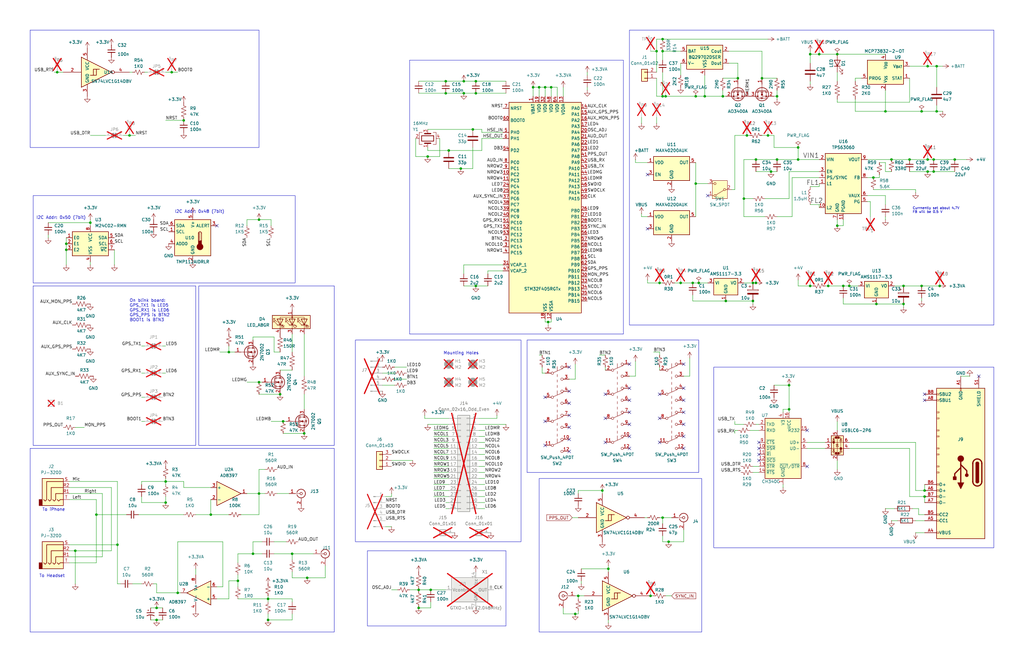
<source format=kicad_sch>
(kicad_sch (version 20231120) (generator "eeschema") (generator_version "8.0")
  (paper "B")
  (title_block (title "Blink ") (date "2024-03-09") (rev "V12") (company "Cullen Jennings"))
  (junction (at 27.94 102.87))
  (junction (at 66.04 256.54))
  (junction (at 195.58 34.29))
  (junction (at 381 128.27))
  (junction (at 355.6 120.65))
  (junction (at 279.4 16.51))
  (junction (at 402.59 67.31))
  (junction (at 353.06 22.86))
  (junction (at 321.31 33.02))
  (junction (at 27.94 105.41))
  (junction (at 109.22 208.28))
  (junction (at 394.97 46.99))
  (junction (at 317.5 127))
  (junction (at 369.57 128.27))
  (junction (at 341.63 120.65))
  (junction (at 389.89 209.55))
  (junction (at 227.33 36.83))
  (junction (at 199.39 54.61))
  (junction (at 341.63 22.86))
  (junction (at 368.3 74.93))
  (junction (at 383.54 67.31))
  (junction (at 189.23 63.5))
  (junction (at 77.47 50.8))
  (junction (at 396.24 120.65))
  (junction (at 353.06 95.25))
  (junction (at 391.16 72.39))
  (junction (at 194.31 71.12))
  (junction (at 109.22 92.71))
  (junction (at 176.53 256.54))
  (junction (at 24.13 30.48))
  (junction (at 74.93 250.19))
  (junction (at 69.85 212.09))
  (junction (at 327.66 40.64))
  (junction (at 311.15 33.02))
  (junction (at 187.96 39.37))
  (junction (at 118.11 166.37))
  (junction (at 318.77 67.31))
  (junction (at 314.96 57.15))
  (junction (at 69.85 203.2))
  (junction (at 293.37 40.64))
  (junction (at 109.22 161.29))
  (junction (at 373.38 46.99))
  (junction (at 336.55 62.23))
  (junction (at 180.34 66.04))
  (junction (at 195.58 39.37))
  (junction (at 113.03 261.62))
  (junction (at 279.4 21.59))
  (junction (at 280.67 40.64))
  (junction (at 187.96 34.29))
  (junction (at 113.03 252.73))
  (junction (at 349.25 120.65))
  (junction (at 96.52 148.59))
  (junction (at 345.44 22.86))
  (junction (at 318.77 119.38))
  (junction (at 176.53 248.92))
  (junction (at 391.16 67.31))
  (junction (at 129.54 243.84))
  (junction (at 274.32 251.46))
  (junction (at 336.55 67.31))
  (junction (at 256.54 240.03))
  (junction (at 119.38 177.8))
  (junction (at 388.62 46.99))
  (junction (at 66.04 261.62))
  (junction (at 293.37 77.47))
  (junction (at 381 120.65))
  (junction (at 200.66 34.29))
  (junction (at 325.12 72.39))
  (junction (at 200.66 39.37))
  (junction (at 31.75 232.41))
  (junction (at 128.27 182.88))
  (junction (at 88.9 217.17))
  (junction (at 304.8 40.64))
  (junction (at 49.53 229.87))
  (junction (at 254 207.01))
  (junction (at 294.64 119.38))
  (junction (at 72.39 30.48))
  (junction (at 106.68 233.68))
  (junction (at 279.4 40.64))
  (junction (at 278.13 119.38))
  (junction (at 393.7 72.39))
  (junction (at 279.4 218.44))
  (junction (at 317.5 119.38))
  (junction (at 323.85 57.15))
  (junction (at 313.69 83.82))
  (junction (at 40.64 217.17))
  (junction (at 229.87 36.83))
  (junction (at 243.84 251.46))
  (junction (at 297.18 40.64))
  (junction (at 358.14 120.65))
  (junction (at 394.97 27.94))
  (junction (at 332.74 172.72))
  (junction (at 181.61 248.92))
  (junction (at 276.86 21.59))
  (junction (at 393.7 67.31))
  (junction (at 232.41 36.83))
  (junction (at 100.33 245.11))
  (junction (at 123.19 233.68))
  (junction (at 388.62 120.65))
  (junction (at 224.79 36.83))
  (junction (at 389.89 207.01))
  (junction (at 327.66 67.31))
  (junction (at 332.74 162.56))
  (junction (at 375.92 67.31))
  (junction (at 391.16 27.94))
  (junction (at 54.61 57.15))
  (junction (at 200.66 120.65))
  (junction (at 38.1 93.98))
  (junction (at 231.14 135.89))
  (junction (at 287.02 119.38))
  (junction (at 281.94 228.6))
  (junction (at 292.1 119.38))
  (junction (at 306.07 127))
  (junction (at 242.57 259.08))
  (no_connect (at 340.36 181.61))
  (no_connect (at 288.29 184.15))
  (no_connect (at 229.87 167.64))
  (no_connect (at 288.29 173.99))
  (no_connect (at 240.03 170.18))
  (no_connect (at 389.89 166.37))
  (no_connect (at 288.29 153.67))
  (no_connect (at 412.75 158.75))
  (no_connect (at 389.89 168.91))
  (no_connect (at 229.87 187.96))
  (no_connect (at 273.05 73.66))
  (no_connect (at 265.43 163.83))
  (no_connect (at 255.27 176.53))
  (no_connect (at 265.43 153.67))
  (no_connect (at 273.05 96.52))
  (no_connect (at 320.04 194.31))
  (no_connect (at 265.43 189.23))
  (no_connect (at 229.87 177.8))
  (no_connect (at 278.13 176.53))
  (no_connect (at 265.43 184.15))
  (no_connect (at 91.44 95.25))
  (no_connect (at 265.43 168.91))
  (no_connect (at 240.03 190.5))
  (no_connect (at 320.04 186.69))
  (no_connect (at 288.29 189.23))
  (no_connect (at 265.43 179.07))
  (no_connect (at 278.13 166.37))
  (no_connect (at 298.45 82.55))
  (no_connect (at 255.27 166.37))
  (no_connect (at 240.03 185.42))
  (no_connect (at 288.29 163.83))
  (no_connect (at 255.27 186.69))
  (no_connect (at 240.03 175.26))
  (no_connect (at 340.36 196.85))
  (no_connect (at 240.03 154.94))
  (no_connect (at 278.13 186.69))
  (no_connect (at 320.04 191.77))
  (no_connect (at 320.04 189.23))
  (no_connect (at 240.03 165.1))
  (no_connect (at 288.29 179.07))
  (no_connect (at 288.29 168.91))
  (no_connect (at 240.03 180.34))
  (no_connect (at 265.43 173.99))
  (wire (pts (xy 176.53 34.29) (xy 187.96 34.29)))
  (wire (pts (xy 247.65 30.48) (xy 247.65 31.75)))
  (wire (pts (xy 201.93 196.85) (xy 204.47 196.85)))
  (wire (pts (xy 245.11 240.03) (xy 256.54 240.03)))
  (wire (pts (xy 176.53 248.92) (xy 181.61 248.92)))
  (wire (pts (xy 273.05 119.38) (xy 278.13 119.38)))
  (wire (pts (xy 332.74 172.72) (xy 332.74 173.99)))
  (wire (pts (xy 204.47 214.63) (xy 201.93 214.63)))
  (wire (pts (xy 365.76 67.31) (xy 375.92 67.31)))
  (wire (pts (xy 276.86 40.64) (xy 276.86 33.02)))
  (wire (pts (xy 38.1 93.98) (xy 38.1 95.25)))
  (wire (pts (xy 201.93 209.55) (xy 204.47 209.55)))
  (wire (pts (xy 116.84 208.28) (xy 121.92 208.28)))
  (wire (pts (xy 237.49 36.83) (xy 237.49 40.64)))
  (wire (pts (xy 213.36 34.29) (xy 200.66 34.29)))
  (wire (pts (xy 389.89 209.55) (xy 389.89 212.09)))
  (wire (pts (xy 203.2 58.42) (xy 212.09 58.42)))
  (wire (pts (xy 69.85 146.05) (xy 68.58 146.05)))
  (wire (pts (xy 49.53 246.38) (xy 50.8 246.38)))
  (wire (pts (xy 313.69 119.38) (xy 317.5 119.38)))
  (wire (pts (xy 110.49 233.68) (xy 106.68 233.68)))
  (wire (pts (xy 240.03 160.02) (xy 242.57 160.02)))
  (wire (pts (xy 317.5 127) (xy 317.5 128.27)))
  (wire (pts (xy 115.57 228.6) (xy 120.65 228.6)))
  (wire (pts (xy 48.26 105.41) (xy 48.26 111.76)))
  (wire (pts (xy 161.29 157.48) (xy 166.37 157.48)))
  (wire (pts (xy 175.26 66.04) (xy 180.34 66.04)))
  (wire (pts (xy 373.38 91.44) (xy 373.38 92.71)))
  (wire (pts (xy 309.88 80.01) (xy 309.88 57.15)))
  (wire (pts (xy 123.19 252.73) (xy 113.03 252.73)))
  (wire (pts (xy 187.96 34.29) (xy 195.58 34.29)))
  (wire (pts (xy 353.06 43.18) (xy 353.06 41.91)))
  (wire (pts (xy 391.16 27.94) (xy 394.97 27.94)))
  (wire (pts (xy 345.44 22.86) (xy 353.06 22.86)))
  (wire (pts (xy 326.39 62.23) (xy 326.39 57.15)))
  (wire (pts (xy 123.19 233.68) (xy 132.08 233.68)))
  (wire (pts (xy 309.88 181.61) (xy 311.15 181.61)))
  (wire (pts (xy 327.66 67.31) (xy 336.55 67.31)))
  (wire (pts (xy 74.93 250.19) (xy 76.2 250.19)))
  (wire (pts (xy 228.6 157.48) (xy 228.6 154.94)))
  (wire (pts (xy 88.9 210.82) (xy 88.9 217.17)))
  (wire (pts (xy 113.03 252.73) (xy 113.03 254)))
  (wire (pts (xy 29.21 234.95) (xy 43.18 234.95)))
  (wire (pts (xy 123.19 243.84) (xy 129.54 243.84)))
  (wire (pts (xy 309.88 182.88) (xy 309.88 181.61)))
  (wire (pts (xy 54.61 30.48) (xy 55.88 30.48)))
  (wire (pts (xy 109.22 166.37) (xy 118.11 166.37)))
  (wire (pts (xy 386.08 80.01) (xy 386.08 81.28)))
  (wire (pts (xy 317.5 119.38) (xy 318.77 119.38)))
  (wire (pts (xy 54.61 57.15) (xy 57.15 57.15)))
  (wire (pts (xy 252.73 149.86) (xy 255.27 149.86)))
  (wire (pts (xy 241.3 218.44) (xy 243.84 218.44)))
  (wire (pts (xy 279.4 30.48) (xy 279.4 40.64)))
  (wire (pts (xy 326.39 57.15) (xy 323.85 57.15)))
  (wire (pts (xy 93.98 228.6) (xy 93.98 247.65)))
  (wire (pts (xy 254 207.01) (xy 254 208.28)))
  (wire (pts (xy 353.06 177.8) (xy 353.06 181.61)))
  (wire (pts (xy 383.54 27.94) (xy 391.16 27.94)))
  (wire (pts (xy 63.5 256.54) (xy 66.04 256.54)))
  (wire (pts (xy 353.06 194.31) (xy 353.06 198.12)))
  (wire (pts (xy 279.4 40.64) (xy 280.67 40.64)))
  (wire (pts (xy 341.63 78.74) (xy 345.44 78.74)))
  (wire (pts (xy 317.5 199.39) (xy 320.04 199.39)))
  (wire (pts (xy 341.63 22.86) (xy 341.63 26.67)))
  (wire (pts (xy 341.63 21.59) (xy 341.63 22.86)))
  (wire (pts (xy 100.33 252.73) (xy 113.03 252.73)))
  (wire (pts (xy 383.54 189.23) (xy 358.14 189.23)))
  (wire (pts (xy 228.6 149.86) (xy 227.33 149.86)))
  (wire (pts (xy 59.69 177.8) (xy 60.96 177.8)))
  (wire (pts (xy 189.23 176.53) (xy 179.07 176.53)))
  (wire (pts (xy 115.57 233.68) (xy 123.19 233.68)))
  (wire (pts (xy 201.93 189.23) (xy 204.47 189.23)))
  (wire (pts (xy 69.85 201.93) (xy 69.85 203.2)))
  (wire (pts (xy 279.4 226.06) (xy 279.4 228.6)))
  (wire (pts (xy 280.67 251.46) (xy 283.21 251.46)))
  (wire (pts (xy 106.68 142.24) (xy 106.68 143.51)))
  (wire (pts (xy 20.32 93.98) (xy 38.1 93.98)))
  (wire (pts (xy 313.69 67.31) (xy 318.77 67.31)))
  (wire (pts (xy 180.34 54.61) (xy 199.39 54.61)))
  (wire (pts (xy 242.57 153.67) (xy 242.57 160.02)))
  (wire (pts (xy 383.54 209.55) (xy 389.89 209.55)))
  (wire (pts (xy 209.55 175.26) (xy 209.55 176.53)))
  (wire (pts (xy 203.2 58.42) (xy 203.2 63.5)))
  (wire (pts (xy 166.37 160.02) (xy 171.45 160.02)))
  (wire (pts (xy 297.18 31.75) (xy 297.18 40.64)))
  (wire (pts (xy 340.36 186.69) (xy 347.98 186.69)))
  (wire (pts (xy 394.97 44.45) (xy 394.97 46.99)))
  (wire (pts (xy 176.53 39.37) (xy 187.96 39.37)))
  (wire (pts (xy 383.54 189.23) (xy 383.54 209.55)))
  (wire (pts (xy 271.78 218.44) (xy 273.05 218.44)))
  (wire (pts (xy 212.09 114.3) (xy 205.74 114.3)))
  (wire (pts (xy 388.62 46.99) (xy 394.97 46.99)))
  (wire (pts (xy 203.2 63.5) (xy 189.23 63.5)))
  (wire (pts (xy 274.32 21.59) (xy 276.86 21.59)))
  (wire (pts (xy 195.58 111.76) (xy 212.09 111.76)))
  (wire (pts (xy 388.62 125.73) (xy 388.62 127)))
  (wire (pts (xy 77.47 203.2) (xy 69.85 203.2)))
  (wire (pts (xy 293.37 77.47) (xy 293.37 91.44)))
  (wire (pts (xy 321.31 57.15) (xy 323.85 57.15)))
  (wire (pts (xy 182.88 199.39) (xy 189.23 199.39)))
  (wire (pts (xy 278.13 119.38) (xy 279.4 119.38)))
  (wire (pts (xy 326.39 40.64) (xy 327.66 40.64)))
  (wire (pts (xy 231.14 137.16) (xy 231.14 135.89)))
  (wire (pts (xy 199.39 62.23) (xy 199.39 71.12)))
  (wire (pts (xy 232.41 36.83) (xy 234.95 36.83)))
  (wire (pts (xy 31.75 232.41) (xy 46.99 232.41)))
  (wire (pts (xy 311.15 26.67) (xy 311.15 33.02)))
  (wire (pts (xy 332.74 162.56) (xy 332.74 172.72)))
  (wire (pts (xy 327.66 91.44) (xy 334.01 91.44)))
  (wire (pts (xy 287.02 31.75) (xy 287.02 26.67)))
  (wire (pts (xy 175.26 58.42) (xy 175.26 66.04)))
  (wire (pts (xy 201.93 199.39) (xy 204.47 199.39)))
  (wire (pts (xy 373.38 82.55) (xy 373.38 86.36)))
  (wire (pts (xy 179.07 176.53) (xy 179.07 175.26)))
  (wire (pts (xy 313.69 83.82) (xy 313.69 91.44)))
  (wire (pts (xy 232.41 134.62) (xy 232.41 135.89)))
  (wire (pts (xy 165.1 209.55) (xy 165.1 208.28)))
  (wire (pts (xy 182.88 201.93) (xy 189.23 201.93)))
  (wire (pts (xy 267.97 152.4) (xy 267.97 158.75)))
  (wire (pts (xy 96.52 146.05) (xy 96.52 148.59)))
  (wire (pts (xy 345.44 72.39) (xy 332.74 72.39)))
  (wire (pts (xy 40.64 217.17) (xy 53.34 217.17)))
  (wire (pts (xy 59.69 203.2) (xy 69.85 203.2)))
  (wire (pts (xy 114.3 177.8) (xy 119.38 177.8)))
  (wire (pts (xy 373.38 46.99) (xy 388.62 46.99)))
  (wire (pts (xy 308.61 80.01) (xy 309.88 80.01)))
  (wire (pts (xy 69.85 157.48) (xy 68.58 157.48)))
  (wire (pts (xy 106.68 142.24) (xy 115.57 142.24)))
  (wire (pts (xy 118.11 156.21) (xy 123.19 156.21)))
  (wire (pts (xy 38.1 57.15) (xy 44.45 57.15)))
  (wire (pts (xy 279.4 21.59) (xy 287.02 21.59)))
  (wire (pts (xy 243.84 207.01) (xy 254 207.01)))
  (wire (pts (xy 123.19 140.97) (xy 123.19 148.59)))
  (wire (pts (xy 276.86 21.59) (xy 276.86 30.48)))
  (wire (pts (xy 360.68 41.91) (xy 360.68 46.99)))
  (wire (pts (xy 341.63 22.86) (xy 345.44 22.86)))
  (wire (pts (xy 345.44 78.74) (xy 345.44 77.47)))
  (wire (pts (xy 267.97 68.58) (xy 267.97 67.31)))
  (wire (pts (xy 365.76 85.09) (xy 367.03 85.09)))
  (wire (pts (xy 279.4 21.59) (xy 279.4 25.4)))
  (wire (pts (xy 336.55 67.31) (xy 345.44 67.31)))
  (wire (pts (xy 347.98 120.65) (xy 349.25 120.65)))
  (wire (pts (xy 309.88 57.15) (xy 314.96 57.15)))
  (wire (pts (xy 293.37 40.64) (xy 297.18 40.64)))
  (wire (pts (xy 367.03 85.09) (xy 367.03 91.44)))
  (wire (pts (xy 388.62 120.65) (xy 396.24 120.65)))
  (wire (pts (xy 201.93 204.47) (xy 204.47 204.47)))
  (wire (pts (xy 358.14 186.69) (xy 386.08 186.69)))
  (wire (pts (xy 205.74 114.3) (xy 205.74 115.57)))
  (wire (pts (xy 393.7 72.39) (xy 402.59 72.39)))
  (wire (pts (xy 27.94 105.41) (xy 27.94 111.76)))
  (wire (pts (xy 96.52 148.59) (xy 99.06 148.59)))
  (wire (pts (xy 243.84 251.46) (xy 243.84 252.73)))
  (wire (pts (xy 69.85 50.8) (xy 77.47 50.8)))
  (wire (pts (xy 293.37 68.58) (xy 293.37 77.47)))
  (wire (pts (xy 267.97 158.75) (xy 265.43 158.75)))
  (wire (pts (xy 199.39 54.61) (xy 203.2 54.61)))
  (wire (pts (xy 180.34 63.5) (xy 189.23 63.5)))
  (wire (pts (xy 304.8 38.1) (xy 304.8 40.64)))
  (wire (pts (xy 270.51 91.44) (xy 270.51 90.17)))
  (wire (pts (xy 165.1 194.31) (xy 173.99 194.31)))
  (wire (pts (xy 96.52 245.11) (xy 100.33 245.11)))
  (wire (pts (xy 273.05 68.58) (xy 267.97 68.58)))
  (wire (pts (xy 288.29 228.6) (xy 281.94 228.6)))
  (wire (pts (xy 273.05 91.44) (xy 270.51 91.44)))
  (wire (pts (xy 182.88 194.31) (xy 189.23 194.31)))
  (wire (pts (xy 82.55 240.03) (xy 82.55 242.57)))
  (wire (pts (xy 104.14 92.71) (xy 109.22 92.71)))
  (wire (pts (xy 336.55 120.65) (xy 341.63 120.65)))
  (wire (pts (xy 181.61 254) (xy 181.61 256.54)))
  (wire (pts (xy 355.6 128.27) (xy 369.57 128.27)))
  (wire (pts (xy 161.29 162.56) (xy 166.37 162.56)))
  (wire (pts (xy 383.54 43.18) (xy 383.54 33.02)))
  (wire (pts (xy 273.05 118.11) (xy 273.05 119.38)))
  (wire (pts (xy 375.92 72.39) (xy 373.38 72.39)))
  (wire (pts (xy 40.64 210.82) (xy 40.64 217.17)))
  (wire (pts (xy 274.32 251.46) (xy 275.59 251.46)))
  (wire (pts (xy 224.79 36.83) (xy 227.33 36.83)))
  (wire (pts (xy 182.88 207.01) (xy 189.23 207.01)))
  (wire (pts (xy 106.68 228.6) (xy 106.68 233.68)))
  (wire (pts (xy 137.16 238.76) (xy 137.16 243.84)))
  (wire (pts (xy 109.22 161.29) (xy 110.49 161.29)))
  (wire (pts (xy 306.07 40.64) (xy 304.8 40.64)))
  (wire (pts (xy 377.19 120.65) (xy 381 120.65)))
  (wire (pts (xy 109.22 217.17) (xy 109.22 208.28)))
  (wire (pts (xy 24.13 30.48) (xy 26.67 30.48)))
  (wire (pts (xy 358.14 120.65) (xy 361.95 120.65)))
  (wire (pts (xy 243.84 208.28) (xy 243.84 207.01)))
  (wire (pts (xy 287.02 119.38) (xy 292.1 119.38)))
  (wire (pts (xy 123.19 259.08) (xy 123.19 261.62)))
  (wire (pts (xy 113.03 259.08) (xy 113.03 261.62)))
  (wire (pts (xy 365.76 82.55) (xy 373.38 82.55)))
  (wire (pts (xy 128.27 172.72) (xy 128.27 166.37)))
  (wire (pts (xy 232.41 135.89) (xy 231.14 135.89)))
  (wire (pts (xy 231.14 135.89) (xy 229.87 135.89)))
  (wire (pts (xy 201.93 201.93) (xy 204.47 201.93)))
  (wire (pts (xy 391.16 67.31) (xy 393.7 67.31)))
  (wire (pts (xy 243.84 259.08) (xy 242.57 259.08)))
  (wire (pts (xy 368.3 80.01) (xy 386.08 80.01)))
  (wire (pts (xy 314.96 57.15) (xy 316.23 57.15)))
  (wire (pts (xy 59.69 146.05) (xy 60.96 146.05)))
  (wire (pts (xy 123.19 241.3) (xy 123.19 243.84)))
  (wire (pts (xy 115.57 148.59) (xy 115.57 142.24)))
  (wire (pts (xy 304.8 33.02) (xy 311.15 33.02)))
  (wire (pts (xy 387.35 214.63) (xy 387.35 217.17)))
  (wire (pts (xy 43.18 234.95) (xy 43.18 208.28)))
  (wire (pts (xy 309.88 177.8) (xy 309.88 179.07)))
  (wire (pts (xy 123.19 233.68) (xy 123.19 236.22)))
  (wire (pts (xy 279.4 16.51) (xy 323.85 16.51)))
  (wire (pts (xy 290.83 158.75) (xy 290.83 151.13)))
  (wire (pts (xy 340.36 189.23) (xy 347.98 189.23)))
  (wire (pts (xy 353.06 92.71) (xy 353.06 95.25)))
  (wire (pts (xy 123.19 261.62) (xy 113.03 261.62)))
  (wire (pts (xy 187.96 39.37) (xy 195.58 39.37)))
  (wire (pts (xy 256.54 261.62) (xy 256.54 262.89)))
  (wire (pts (xy 345.44 86.36) (xy 345.44 87.63)))
  (wire (pts (xy 408.94 158.75) (xy 405.13 158.75)))
  (wire (pts (xy 165.1 248.92) (xy 167.64 248.92)))
  (wire (pts (xy 180.34 66.04) (xy 185.42 66.04)))
  (wire (pts (xy 334.01 74.93) (xy 345.44 74.93)))
  (wire (pts (xy 321.31 33.02) (xy 327.66 33.02)))
  (wire (pts (xy 88.9 217.17) (xy 96.52 217.17)))
  (wire (pts (xy 38.1 92.71) (xy 38.1 93.98)))
  (wire (pts (xy 118.11 148.59) (xy 115.57 148.59)))
  (wire (pts (xy 332.74 162.56) (xy 326.39 162.56)))
  (wire (pts (xy 104.14 95.25) (xy 104.14 92.71)))
  (wire (pts (xy 360.68 46.99) (xy 373.38 46.99)))
  (wire (pts (xy 100.33 245.11) (xy 100.33 247.65)))
  (wire (pts (xy 332.74 83.82) (xy 322.58 83.82)))
  (wire (pts (xy 255.27 154.94) (xy 255.27 156.21)))
  (wire (pts (xy 201.93 207.01) (xy 204.47 207.01)))
  (wire (pts (xy 242.57 251.46) (xy 243.84 251.46)))
  (wire (pts (xy 96.52 252.73) (xy 91.44 252.73)))
  (wire (pts (xy 330.2 204.47) (xy 330.2 205.74)))
  (wire (pts (xy 288.29 223.52) (xy 288.29 228.6)))
  (wire (pts (xy 96.52 245.11) (xy 96.52 252.73)))
  (wire (pts (xy 119.38 177.8) (xy 120.65 177.8)))
  (wire (pts (xy 378.46 219.71) (xy 375.92 219.71)))
  (wire (pts (xy 355.6 120.65) (xy 358.14 120.65)))
  (wire (pts (xy 256.54 238.76) (xy 256.54 240.03)))
  (wire (pts (xy 60.96 30.48) (xy 62.23 30.48)))
  (wire (pts (xy 355.6 95.25) (xy 353.06 95.25)))
  (wire (pts (xy 109.22 208.28) (xy 104.14 208.28)))
  (wire (pts (xy 375.92 67.31) (xy 383.54 67.31)))
  (wire (pts (xy 59.69 167.64) (xy 60.96 167.64)))
  (wire (pts (xy 29.21 210.82) (xy 40.64 210.82)))
  (wire (pts (xy 256.54 240.03) (xy 256.54 241.3)))
  (wire (pts (xy 209.55 176.53) (xy 201.93 176.53)))
  (wire (pts (xy 187.96 214.63) (xy 189.23 214.63)))
  (wire (pts (xy 373.38 72.39) (xy 373.38 68.58)))
  (wire (pts (xy 74.93 228.6) (xy 74.93 250.19)))
  (wire (pts (xy 55.88 246.38) (xy 59.69 246.38)))
  (wire (pts (xy 341.63 86.36) (xy 345.44 86.36)))
  (wire (pts (xy 341.63 34.29) (xy 341.63 35.56)))
  (wire (pts (xy 180.34 179.07) (xy 189.23 179.07)))
  (wire (pts (xy 110.49 228.6) (xy 106.68 228.6)))
  (wire (pts (xy 317.5 83.82) (xy 313.69 83.82)))
  (wire (pts (xy 52.07 57.15) (xy 54.61 57.15)))
  (wire (pts (xy 229.87 135.89) (xy 229.87 134.62)))
  (wire (pts (xy 247.65 36.83) (xy 247.65 38.1)))
  (wire (pts (xy 384.81 214.63) (xy 387.35 214.63)))
  (wire (pts (xy 394.97 27.94) (xy 394.97 36.83)))
  (wire (pts (xy 243.84 251.46) (xy 246.38 251.46)))
  (wire (pts (xy 402.59 67.31) (xy 407.67 67.31)))
  (wire (pts (xy 119.38 182.88) (xy 128.27 182.88)))
  (wire (pts (xy 279.4 40.64) (xy 276.86 40.64)))
  (wire (pts (xy 321.31 21.59) (xy 321.31 33.02)))
  (wire (pts (xy 49.53 203.2) (xy 29.21 203.2)))
  (wire (pts (xy 307.34 21.59) (xy 321.31 21.59)))
  (wire (pts (xy 114.3 92.71) (xy 109.22 92.71)))
  (wire (pts (xy 373.38 214.63) (xy 377.19 214.63)))
  (wire (pts (xy 59.69 157.48) (xy 60.96 157.48)))
  (wire (pts (xy 59.69 209.55) (xy 59.69 212.09)))
  (wire (pts (xy 166.37 154.94) (xy 171.45 154.94)))
  (wire (pts (xy 242.57 259.08) (xy 237.49 259.08)))
  (wire (pts (xy 128.27 140.97) (xy 128.27 158.75)))
  (wire (pts (xy 172.72 248.92) (xy 176.53 248.92)))
  (wire (pts (xy 92.71 148.59) (xy 96.52 148.59)))
  (wire (pts (xy 69.85 203.2) (xy 69.85 204.47)))
  (wire (pts (xy 201.93 191.77) (xy 204.47 191.77)))
  (wire (pts (xy 373.38 68.58) (xy 370.84 68.58)))
  (wire (pts (xy 77.47 205.74) (xy 77.47 203.2)))
  (wire (pts (xy 40.64 237.49) (xy 29.21 237.49)))
  (wire (pts (xy 27.94 102.87) (xy 27.94 105.41)))
  (wire (pts (xy 229.87 157.48) (xy 228.6 157.48)))
  (wire (pts (xy 292.1 124.46) (xy 292.1 127)))
  (wire (pts (xy 353.06 30.48) (xy 353.06 34.29)))
  (wire (pts (xy 22.86 30.48) (xy 24.13 30.48)))
  (wire (pts (xy 275.59 148.59) (xy 278.13 148.59)))
  (wire (pts (xy 227.33 36.83) (xy 227.33 40.64)))
  (wire (pts (xy 334.01 91.44) (xy 334.01 74.93)))
  (wire (pts (xy 316.23 181.61) (xy 320.04 181.61)))
  (wire (pts (xy 203.2 55.88) (xy 212.09 55.88)))
  (wire (pts (xy 100.33 242.57) (xy 100.33 245.11)))
  (wire (pts (xy 353.06 43.18) (xy 383.54 43.18)))
  (wire (pts (xy 59.69 204.47) (xy 59.69 203.2)))
  (wire (pts (xy 66.04 250.19) (xy 66.04 246.38)))
  (wire (pts (xy 327.66 38.1) (xy 327.66 40.64)))
  (wire (pts (xy 373.38 46.99) (xy 373.38 38.1)))
  (wire (pts (xy 317.5 196.85) (xy 320.04 196.85)))
  (wire (pts (xy 82.55 217.17) (xy 88.9 217.17)))
  (wire (pts (xy 276.86 49.53) (xy 276.86 52.07)))
  (wire (pts (xy 66.04 250.19) (xy 74.93 250.19)))
  (wire (pts (xy 88.9 205.74) (xy 77.47 205.74)))
  (wire (pts (xy 20.32 99.06) (xy 20.32 100.33)))
  (wire (pts (xy 389.89 204.47) (xy 389.89 207.01)))
  (wire (pts (xy 182.88 181.61) (xy 189.23 181.61)))
  (wire (pts (xy 402.59 67.31) (xy 393.7 67.31)))
  (wire (pts (xy 386.08 219.71) (xy 389.89 219.71)))
  (wire (pts (xy 279.4 218.44) (xy 279.4 220.98)))
  (wire (pts (xy 38.1 110.49) (xy 38.1 111.76)))
  (wire (pts (xy 93.98 228.6) (xy 74.93 228.6)))
  (wire (pts (xy 306.07 127) (xy 317.5 127)))
  (wire (pts (xy 31.75 232.41) (xy 31.75 246.38)))
  (wire (pts (xy 369.57 128.27) (xy 381 128.27)))
  (wire (pts (xy 370.84 74.93) (xy 368.3 74.93)))
  (wire (pts (xy 101.6 217.17) (xy 109.22 217.17)))
  (wire (pts (xy 195.58 120.65) (xy 200.66 120.65)))
  (wire (pts (xy 318.77 72.39) (xy 325.12 72.39)))
  (wire (pts (xy 182.88 191.77) (xy 189.23 191.77)))
  (wire (pts (xy 182.88 209.55) (xy 189.23 209.55)))
  (wire (pts (xy 332.74 72.39) (xy 332.74 83.82)))
  (wire (pts (xy 189.23 71.12) (xy 194.31 71.12)))
  (wire (pts (xy 29.21 232.41) (xy 31.75 232.41)))
  (wire (pts (xy 245.11 245.11) (xy 245.11 246.38)))
  (wire (pts (xy 278.13 149.86) (xy 278.13 148.59)))
  (wire (pts (xy 391.16 72.39) (xy 393.7 72.39)))
  (wire (pts (xy 187.96 212.09) (xy 189.23 212.09)))
  (wire (pts (xy 182.88 196.85) (xy 189.23 196.85)))
  (wire (pts (xy 162.56 222.25) (xy 165.1 222.25)))
  (wire (pts (xy 397.51 46.99) (xy 394.97 46.99)))
  (wire (pts (xy 386.08 186.69) (xy 386.08 207.01)))
  (wire (pts (xy 180.34 62.23) (xy 180.34 63.5)))
  (wire (pts (xy 355.6 92.71) (xy 355.6 95.25)))
  (wire (pts (xy 278.13 154.94) (xy 278.13 156.21)))
  (wire (pts (xy 325.12 72.39) (xy 327.66 72.39)))
  (wire (pts (xy 232.41 36.83) (xy 232.41 40.64)))
  (wire (pts (xy 394.97 27.94) (xy 397.51 27.94)))
  (wire (pts (xy 201.93 194.31) (xy 204.47 194.31)))
  (wire (pts (xy 64.77 246.38) (xy 66.04 246.38)))
  (wire (pts (xy 284.48 119.38) (xy 287.02 119.38)))
  (wire (pts (xy 63.5 261.62) (xy 66.04 261.62)))
  (wire (pts (xy 381 120.65) (xy 388.62 120.65)))
  (wire (pts (xy 237.49 256.54) (xy 237.49 259.08)))
  (wire (pts (xy 111.76 198.12) (xy 109.22 198.12)))
  (wire (pts (xy 123.19 254) (xy 123.19 252.73)))
  (wire (pts (xy 318.77 67.31) (xy 327.66 67.31)))
  (wire (pts (xy 91.44 247.65) (xy 93.98 247.65)))
  (wire (pts (xy 181.61 248.92) (xy 187.96 248.92)))
  (wire (pts (xy 129.54 243.84) (xy 137.16 243.84)))
  (wire (pts (xy 280.67 40.64) (xy 293.37 40.64)))
  (wire (pts (xy 279.4 218.44) (xy 283.21 218.44)))
  (wire (pts (xy 341.63 120.65) (xy 342.9 120.65)))
  (wire (pts (xy 162.56 209.55) (xy 165.1 209.55)))
  (wire (pts (xy 353.06 22.86) (xy 373.38 22.86)))
  (wire (pts (xy 383.54 72.39) (xy 391.16 72.39)))
  (wire (pts (xy 31.75 180.34) (xy 35.56 180.34)))
  (wire (pts (xy 201.93 179.07) (xy 213.36 179.07)))
  (wire (pts (xy 29.21 205.74) (xy 46.99 205.74)))
  (wire (pts (xy 66.04 261.62) (xy 68.58 261.62)))
  (wire (pts (xy 200.66 120.65) (xy 205.74 120.65)))
  (wire (pts (xy 349.25 120.65) (xy 355.6 120.65)))
  (wire (pts (xy 181.61 256.54) (xy 176.53 256.54)))
  (wire (pts (xy 383.54 67.31) (xy 391.16 67.31)))
  (wire (pts (xy 195.58 39.37) (xy 200.66 39.37)))
  (wire (pts (xy 201.93 186.69) (xy 204.47 186.69)))
  (wire (pts (xy 363.22 33.02) (xy 360.68 33.02)))
  (wire (pts (xy 201.93 181.61) (xy 204.47 181.61)))
  (wire (pts (xy 49.53 229.87) (xy 49.53 246.38)))
  (wire (pts (xy 313.69 91.44) (xy 322.58 91.44)))
  (wire (pts (xy 326.39 62.23) (xy 336.55 62.23)))
  (wire (pts (xy 389.89 207.01) (xy 386.08 207.01)))
  (wire (pts (xy 281.94 228.6) (xy 279.4 228.6)))
  (wire (pts (xy 72.39 30.48) (xy 74.93 30.48)))
  (wire (pts (xy 386.08 224.79) (xy 389.89 224.79)))
  (wire (pts (xy 69.85 209.55) (xy 69.85 212.09)))
  (wire (pts (xy 200.66 34.29) (xy 195.58 34.29)))
  (wire (pts (xy 307.34 26.67) (xy 311.15 26.67)))
  (wire (pts (xy 106.68 233.68) (xy 100.33 233.68)))
  (wire (pts (xy 224.79 36.83) (xy 224.79 40.64)))
  (wire (pts (xy 69.85 30.48) (xy 72.39 30.48)))
  (wire (pts (xy 336.55 62.23) (xy 336.55 67.31)))
  (wire (pts (xy 270.51 49.53) (xy 270.51 52.07)))
  (wire (pts (xy 370.84 73.66) (xy 370.84 74.93)))
  (wire (pts (xy 227.33 36.83) (xy 229.87 36.83)))
  (wire (pts (xy 49.53 229.87) (xy 49.53 203.2)))
  (wire (pts (xy 182.88 184.15) (xy 189.23 184.15)))
  (wire (pts (xy 100.33 233.68) (xy 100.33 237.49)))
  (wire (pts (xy 243.84 257.81) (xy 243.84 259.08)))
  (wire (pts (xy 288.29 158.75) (xy 290.83 158.75)))
  (wire (pts (xy 293.37 77.47) (xy 298.45 77.47)))
  (wire (pts (xy 381 128.27) (xy 381 129.54)))
  (wire (pts (xy 46.99 232.41) (xy 46.99 205.74)))
  (wire (pts (xy 276.86 16.51) (xy 276.86 21.59)))
  (wire (pts (xy 327.66 40.64) (xy 327.66 41.91)))
  (wire (pts (xy 365.76 74.93) (xy 368.3 74.93)))
  (wire (pts (xy 203.2 54.61) (xy 203.2 55.88)))
  (wire (pts (xy 304.8 40.64) (xy 297.18 40.64)))
  (wire (pts (xy 114.3 95.25) (xy 114.3 92.71)))
  (wire (pts (xy 185.42 58.42) (xy 185.42 66.04)))
  (wire (pts (xy 182.88 186.69) (xy 189.23 186.69)))
  (wire (pts (xy 113.03 251.46) (xy 113.03 252.73)))
  (wire (pts (xy 59.69 212.09) (xy 69.85 212.09)))
  (wire (pts (xy 29.21 208.28) (xy 43.18 208.28)))
  (wire (pts (xy 309.88 179.07) (xy 313.69 179.07)))
  (wire (pts (xy 294.64 119.38) (xy 298.45 119.38)))
  (wire (pts (xy 355.6 125.73) (xy 355.6 128.27)))
  (wire (pts (xy 201.93 184.15) (xy 204.47 184.15)))
  (wire (pts (xy 27.94 100.33) (xy 27.94 102.87)))
  (wire (pts (xy 40.64 217.17) (xy 40.64 237.49)))
  (wire (pts (xy 332.74 172.72) (xy 330.2 172.72)))
  (wire (pts (xy 66.04 256.54) (xy 68.58 256.54)))
  (wire (pts (xy 182.88 204.47) (xy 189.23 204.47)))
  (wire (pts (xy 109.22 198.12) (xy 109.22 208.28)))
  (wire (pts (xy 58.42 217.17) (xy 77.47 217.17)))
  (wire (pts (xy 278.13 218.44) (xy 279.4 218.44)))
  (wire (pts (xy 109.22 208.28) (xy 111.76 208.28)))
  (wire (pts (xy 360.68 33.02) (xy 360.68 34.29)))
  (wire (pts (xy 330.2 172.72) (xy 330.2 173.99)))
  (wire (pts (xy 229.87 36.83) (xy 229.87 40.64)))
  (wire (pts (xy 336.55 118.11) (xy 336.55 120.65)))
  (wire (pts (xy 387.35 217.17) (xy 389.89 217.17)))
  (wire (pts (xy 201.93 212.09) (xy 204.47 212.09)))
  (wire (pts (xy 292.1 119.38) (xy 294.64 119.38)))
  (wire (pts (xy 182.88 189.23) (xy 189.23 189.23)))
  (wire (pts (xy 195.58 115.57) (xy 195.58 111.76)))
  (wire (pts (xy 318.77 179.07) (xy 320.04 179.07)))
  (wire (pts (xy 279.4 16.51) (xy 276.86 16.51)))
  (wire (pts (xy 292.1 127) (xy 306.07 127)))
  (wire (pts (xy 229.87 36.83) (xy 232.41 36.83)))
  (wire (pts (xy 313.69 83.82) (xy 313.69 67.31)))
  (wire (pts (xy 29.21 229.87) (xy 49.53 229.87)))
  (wire (pts (xy 234.95 40.64) (xy 234.95 36.83)))
  (wire (pts (xy 200.66 39.37) (xy 213.36 39.37)))
  (wire (pts (xy 199.39 71.12) (xy 194.31 71.12)))
  (wire (pts (xy 104.14 161.29) (xy 109.22 161.29)))
  (rectangle (start 12.7 12.7) (end 109.22 62.23))
  (rectangle (start 300.99 154.94) (end 419.1 231.14))
  (rectangle (start 172.72 25.4) (end 262.89 140.97))
  (rectangle (start 12.7 189.23) (end 140.97 266.7))
  (rectangle (start 83.82 120.65) (end 140.97 187.96))
  (rectangle (start 149.86 143.51) (end 219.71 228.6))
  (rectangle (start 13.97 82.55) (end 124.46 119.38))
  (rectangle (start 154.94 232.41) (end 213.36 264.16))
  (rectangle (start 265.43 12.7) (end 419.1 137.16))
  (rectangle (start 13.97 120.65) (end 82.55 187.96))
  (rectangle (start 227.33 201.93) (end 295.91 266.7))
  (rectangle (start 222.25 143.51) (end 294.64 199.39))
  (text "I2C Addr: 0x48 (7bit)" (at 73.66 90.17 0) (effects (font (size 1.27 1.27)) (justify left bottom)))
  (text "Currnently set about 4.7V \nFB will be 0.5 V " (at 384.81 90.17 0) (effects (font (size 1 1)) (justify left bottom)))
  (text "To iPhone" (at 17.78 215.9 0) (effects (font (size 1.27 1.27)) (justify left bottom)))
  (text "To Headset " (at 16.51 243.84 0) (effects (font (size 1.27 1.27)) (justify left bottom)))
  (text "I2C Addr: 0x50 (7bit)" (at 15.24 92.71 0) (effects (font (size 1.27 1.27)) (justify left bottom)))
  (text "Mounting Holes" (at 201.93 149.86 0) (effects (font (size 1.27 1.27)) (justify right bottom)))
  (text "On blink board:\nGPS_TX1 is LED5\nGPS_RX1 is LED6\nGPS_PPS is BTN2\nBOOT1 is BTN3" (at 54.61 135.89 0) (effects (font (size 1.27 1.27)) (justify left bottom)))
  (label "AUX_GPS_PPS" (at 247.65 48.26 0))
  (label "USB_DTR" (at 162.56 217.17 0))
  (label "BTN1" (at 227.33 149.86 0))
  (label "LED2" (at 204.47 209.55 0))
  (label "NRST" (at 57.15 57.15 0))
  (label "SYNC_IN" (at 247.65 96.52 0))
  (label "NCOL7" (at 247.65 121.92 0))
  (label "LED10" (at 171.45 154.94 0))
  (label "AUX_MON_PPS" (at 30.48 128.27 180))
  (label "USB_TX" (at 309.88 177.8 180))
  (label "LEDMG" (at 104.14 161.29 180))
  (label "AUX_MON_PPS" (at 247.65 50.8 0))
  (label "NCOL8" (at 204.47 194.31 0))
  (label "CLK" (at 208.28 248.92 0))
  (label "SDA" (at 104.14 100.33 270))
  (label "LED6" (at 204.47 214.63 0))
  (label "SDA" (at 247.65 111.76 0))
  (label "GPS_TX1" (at 59.69 146.05 180))
  (label "NCOL9" (at 182.88 194.31 0))
  (label "GPS_PPS" (at 247.65 114.3 0))
  (label "LED8" (at 204.47 207.01 0))
  (label "LED9" (at 247.65 88.9 0))
  (label "USB_RX" (at 247.65 68.58 0))
  (label "USB_RTS" (at 312.42 199.39 180))
  (label "DB3" (at 212.09 63.5 180))
  (label "BOOT1" (at 247.65 93.98 0))
  (label "BOOT0" (at 74.93 30.48 0))
  (label "BTN3" (at 68.58 177.8 0))
  (label "AUX_SYNC_IN" (at 212.09 83.82 180))
  (label "LEDMG" (at 182.88 181.61 0))
  (label "NROW1" (at 212.09 106.68 180))
  (label "LEDMR" (at 204.47 181.61 0))
  (label "NCOL1" (at 182.88 184.15 0))
  (label "NCOL4" (at 204.47 189.23 0))
  (label "LED7" (at 182.88 207.01 0))
  (label "GPS_RX1" (at 212.09 93.98 180))
  (label "NCOL10" (at 212.09 104.14 180))
  (label "AUD_IN" (at 116.84 198.12 0))
  (label "VIN1" (at 345.44 67.31 180) (effects (font (size 2 2))))
  (label "BTN1" (at 171.45 160.02 0))
  (label "NROW2" (at 212.09 71.12 180))
  (label "HSE_IN" (at 212.09 55.88 180))
  (label "LED3" (at 187.96 212.09 180))
  (label "USB_TX" (at 247.65 71.12 0))
  (label "NROW5" (at 182.88 201.93 0))
  (label "LEDMR" (at 247.65 76.2 0))
  (label "NROW3" (at 182.88 199.39 0))
  (label "NRST" (at 212.09 45.72 180))
  (label "LED10" (at 204.47 204.47 0))
  (label "NCOL7" (at 182.88 191.77 0))
  (label "AUX_GPS_PPS" (at 30.48 147.32 180))
  (label "NCOL3" (at 182.88 186.69 0))
  (label "BTN2" (at 68.58 167.64 0))
  (label "SWDCLK" (at 165.1 191.77 0))
  (label "BTN3" (at 275.59 148.59 0))
  (label "NCOL6" (at 247.65 124.46 0))
  (label "AUX_CLK" (at 247.65 45.72 0))
  (label "NCOL2" (at 204.47 186.69 0))
  (label "THERM1" (at 316.23 40.64 90))
  (label "NCOL5" (at 247.65 127 0))
  (label "USB_RX" (at 309.88 182.88 180))
  (label "SCL" (at 48.26 102.87 0))
  (label "NRST" (at 69.85 50.8 0))
  (label "SDA" (at 48.26 100.33 0))
  (label "SCL" (at 114.3 100.33 270))
  (label "BOOT1" (at 59.69 177.8 180))
  (label "LED9" (at 171.45 157.48 0))
  (label "NROW1" (at 182.88 196.85 0))
  (label "LED5" (at 69.85 146.05 0))
  (label "LEDMG" (at 247.65 73.66 0))
  (label "NCOL9" (at 212.09 99.06 180))
  (label "BOOT0" (at 162.56 214.63 0))
  (label "SWDCLK" (at 247.65 81.28 0))
  (label "PPS_OUT" (at 26.67 180.34 180))
  (label "NRST" (at 162.56 212.09 0))
  (label "MON_PPS" (at 247.65 116.84 0))
  (label "LED9" (at 182.88 204.47 0))
  (label "NROW4" (at 204.47 201.93 0))
  (label "USB_DTR" (at 312.42 196.85 180))
  (label "LEDMB" (at 204.47 184.15 0))
  (label "LED5" (at 187.96 214.63 180))
  (label "NCOL4" (at 212.09 86.36 180))
  (label "NROW4" (at 212.09 76.2 180))
  (label "CLK" (at 247.65 83.82 0))
  (label "SWDIO" (at 247.65 78.74 0))
  (label "NCOL2" (at 212.09 91.44 180))
  (label "Right" (at 35.56 208.28 0))
  (label "AUD_OUT" (at 125.73 228.6 0))
  (label "NCOL10" (at 204.47 196.85 0))
  (label "GPS_TX1" (at 212.09 96.52 180))
  (label "PPS_OUT" (at 247.65 66.04 0))
  (label "LED1" (at 247.65 60.96 0))
  (label "LEDMR" (at 92.71 148.59 180))
  (label "LED4" (at 204.47 212.09 0))
  (label "NCOL5" (at 182.88 189.23 0))
  (label "LED4" (at 247.65 53.34 0))
  (label "USB_DTR" (at 38.1 57.15 180))
  (label "GPS_RX1" (at 59.69 157.48 180))
  (label "NROW2" (at 204.47 199.39 0))
  (label "NCOL6" (at 204.47 191.77 0))
  (label "OSC_ADJ" (at 165.1 248.92 180))
  (label "DB3" (at 171.45 162.56 0))
  (label "LED8" (at 212.09 81.28 180))
  (label "LED1" (at 182.88 209.55 0))
  (label "BTN2" (at 252.73 149.86 0))
  (label "FL1" (at 345.44 78.74 180) (effects (font (size 2 2))))
  (label "BTN1" (at 212.09 101.6 180))
  (label "NCOL8" (at 247.65 119.38 0))
  (label "SCL" (at 71.12 97.79 180))
  (label "MON_PPS" (at 35.56 180.34 0))
  (label "LED3" (at 247.65 99.06 0))
  (label "AUD_IN" (at 212.09 68.58 180))
  (label "USB_RTS" (at 162.56 219.71 0))
  (label "SCL" (at 247.65 109.22 0))
  (label "BOOT0" (at 212.09 50.8 180))
  (label "GPS_PPS" (at 59.69 167.64 180))
  (label "AUX_CLK" (at 30.48 137.16 180))
  (label "NCOL1" (at 247.65 104.14 0))
  (label "FL2" (at 341.63 86.36 0) (effects (font (size 2 2))))
  (label "Left" (at 30.48 210.82 0))
  (label "HSE_OUT" (at 212.09 58.42 180))
  (label "LEDMB" (at 247.65 106.68 0))
  (label "LED6" (at 69.85 157.48 0))
  (label "AUX_SYNC_IN" (at 31.75 158.75 180))
  (label "LED10" (at 247.65 91.44 0))
  (label "NCOL3" (at 212.09 88.9 180))
  (label "NROW3" (at 212.09 73.66 180))
  (label "OSC_ADJ" (at 247.65 55.88 0))
  (label "LED2" (at 247.65 63.5 0))
  (label "NROW5" (at 247.65 101.6 0))
  (label "AUD_OUT" (at 247.65 58.42 0))
  (label "Mic" (at 30.48 203.2 0))
  (label "LED7" (at 212.09 78.74 180))
  (label "USB_RTS" (at 22.86 30.48 180))
  (label "LEDMB" (at 114.3 177.8 180))
  (label "SWDIO" (at 165.1 196.85 0))
  (label "SDA" (at 71.12 95.25 180))
  (global_label "SYNC_IN" (shape input) (at 283.21 251.46 0) (property "Intersheetrefs" "${INTERSHEET_REFS}" (effects (hide yes))))
  (global_label "PPS_OUT" (shape input) (at 241.3 218.44 180) (property "Intersheetrefs" "${INTERSHEET_REFS}" (effects (hide yes))))
  (symbol (lib_id "power:+3.3V") (at 332.74 162.56 0) (mirror y) (unit 1)
    (property "Reference" "#PWR054" (effects (hide yes)))
    (property "Value" "+3.3V" (at 335.28 158.75 0) (effects (justify left)))
    (property "Description" "Power symbol creates a global label with name \"+3.3V\"" (effects (hide yes)))
  )
  (symbol (lib_id "power:GND") (at 77.47 55.88 0) (unit 1)
    (property "Reference" "#PWR030" (effects (hide yes)))
    (property "Value" "GND" (effects (hide yes)))
    (property "Description" "Power symbol creates a global label with name \"GND\" , ground" (effects (hide yes)))
  )
  (symbol (lib_id "Device:R_US") (at 77.47 46.99 0) (unit 1)
    (property "Reference" "R9" (at 80.01 45.72 0) (effects (justify left)))
    (property "Value" "47K" (at 80.01 48.26 0) (effects (justify left)))
    (property "Footprint" "Resistor_SMD:R_0603_1608Metric" (effects (hide yes)))
    (property "Description" "Resistor, US symbol" (effects (hide yes)))
    (property "JLCPCB Part #" "C25819" (effects (hide yes)))
  )
  (symbol (lib_id "Device:C") (at 341.63 30.48 0) (unit 1)
    (property "Reference" "C28" (at 344.17 29.21 0) (effects (justify left)))
    (property "Value" "4u7" (at 344.17 31.75 0) (effects (justify left)))
    (property "Footprint" "Capacitor_SMD:C_0603_1608Metric" (effects (hide yes)))
    (property "Description" "Unpolarized capacitor" (effects (hide yes)))
    (property "JLCPCB Part #" "C19666" (effects (hide yes)))
  )
  (symbol (lib_id "Connector_Generic:Conn_01x01") (at 186.69 224.79 180) (unit 1) (in_bom no) (dnp yes)
    (property "Reference" "J15" (at 186.69 218.44 0))
    (property "Value" "Conn_01x01" (at 186.69 220.98 0))
    (property "Footprint" "Connector_PinSocket_2.54mm:PinSocket_1x01_P2.54mm_Vertical" (effects (hide yes)))
    (property "Description" "Generic connector, single row, 01x01, script generated (kicad-library-utils/schlib/autogen/connector/)" (effects (hide yes)))
  )
  (symbol (lib_id "Connector:TestPoint") (at 391.16 27.94 0) (unit 1) (in_bom no) (dnp yes)
    (property "Reference" "TP17" (at 389.89 22.86 0) (effects (justify left)))
    (property "Value" "~" (at 389.89 21.59 0) (effects (justify left)))
    (property "Footprint" "TestPoint:TestPoint_THTPad_D1.5mm_Drill0.7mm" (effects (hide yes)))
    (property "Description" "test point" (effects (hide yes)))
  )
  (symbol (lib_id "power:GND") (at 69.85 212.09 0) (unit 1)
    (property "Reference" "#PWR021" (effects (hide yes)))
    (property "Value" "GND" (effects (hide yes)))
    (property "Description" "Power symbol creates a global label with name \"GND\" , ground" (effects (hide yes)))
  )
  (symbol (lib_id "power:GND") (at 176.53 256.54 0) (unit 1)
    (property "Reference" "#PWR085" (effects (hide yes)))
    (property "Value" "GND" (effects (hide yes)))
    (property "Description" "Power symbol creates a global label with name \"GND\" , ground" (effects (hide yes)))
  )
  (symbol (lib_id "power:+3.3V") (at 123.19 130.81 0) (unit 1)
    (property "Reference" "#PWR094" (effects (hide yes)))
    (property "Value" "+3.3V" (at 123.19 125.73 0))
    (property "Description" "Power symbol creates a global label with name \"+3.3V\"" (effects (hide yes)))
  )
  (symbol (lib_id "Device:C_Small") (at 243.84 210.82 0) (unit 1)
    (property "Reference" "C23" (at 238.76 207.01 0) (effects (justify left)))
    (property "Value" "100n" (at 237.49 208.28 0) (effects (justify left)))
    (property "Footprint" "Capacitor_SMD:C_0402_1005Metric" (effects (hide yes)))
    (property "Description" "Unpolarized capacitor, small symbol" (effects (hide yes)))
    (property "JLCPCB Part #" "C307331" (effects (hide yes)))
  )
  (symbol (lib_id "power:GND") (at 113.03 261.62 0) (mirror y) (unit 1)
    (property "Reference" "#PWR033" (effects (hide yes)))
    (property "Value" "GND" (effects (hide yes)))
    (property "Description" "Power symbol creates a global label with name \"GND\" , ground" (effects (hide yes)))
  )
  (symbol (lib_id "Device:R_US") (at 34.29 128.27 90) (unit 1)
    (property "Reference" "R26" (at 34.29 125.73 90))
    (property "Value" "4K7" (at 34.29 130.81 90))
    (property "Footprint" "Resistor_SMD:R_0603_1608Metric" (effects (hide yes)))
    (property "Description" "Resistor, US symbol" (effects (hide yes)))
    (property "JLCPCB Part #" "C23162" (effects (hide yes)))
  )
  (symbol (lib_id "Device:C_Small") (at 123.19 256.54 0) (mirror x) (unit 1)
    (property "Reference" "C17" (at 120.65 255.2636 0) (effects (justify right)))
    (property "Value" "100n" (at 120.65 257.8036 0) (effects (justify right)))
    (property "Footprint" "Capacitor_SMD:C_0603_1608Metric" (effects (hide yes)))
    (property "Description" "Unpolarized capacitor, small symbol" (effects (hide yes)))
    (property "JLCPCB Part #" "C14663" (effects (hide yes)))
  )
  (symbol (lib_id "Device:R_Small_US") (at 170.18 248.92 270) (unit 1)
    (property "Reference" "R39" (at 170.18 246.38 90))
    (property "Value" "47K" (at 170.18 251.46 90))
    (property "Footprint" "Resistor_SMD:R_0603_1608Metric" (effects (hide yes)))
    (property "Description" "Resistor, small US symbol" (effects (hide yes)))
    (property "JLCPCB Part #" "C25819" (effects (hide yes)))
  )
  (symbol (lib_id "Device:R_Small_US") (at 163.83 154.94 270) (unit 1)
    (property "Reference" "R42" (effects (hide yes)))
    (property "Value" "1K0" (at 165.1 152.4 90))
    (property "Footprint" "Resistor_SMD:R_0603_1608Metric" (effects (hide yes)))
    (property "Description" "Resistor, small US symbol" (effects (hide yes)))
    (property "JLCPCB Part #" "C21190" (effects (hide yes)))
  )
  (symbol (lib_id "power:+3.3V") (at 179.07 175.26 0) (unit 1)
    (property "Reference" "#PWR058" (effects (hide yes)))
    (property "Value" "+3.3V" (at 181.61 173.99 0) (effects (justify left)))
    (property "Description" "Power symbol creates a global label with name \"+3.3V\"" (effects (hide yes)))
  )
  (symbol (lib_id "Mechanical:MountingHole") (at 199.39 153.67 0) (unit 1) (in_bom no) (dnp yes)
    (property "Reference" "H3" (at 201.93 152.4 0) (effects (justify left)))
    (property "Value" "M2" (at 201.93 154.94 0) (effects (justify left)))
    (property "Footprint" "MountingHole:MountingHole_2.2mm_M2" (effects (hide yes)))
    (property "Description" "Mounting Hole without connection" (effects (hide yes)))
  )
  (symbol (lib_id "Device:R_Small_US") (at 113.03 256.54 0) (mirror y) (unit 1)
    (property "Reference" "R11" (at 110.49 255.27 0) (effects (justify left)))
    (property "Value" "1K0" (at 110.49 257.81 0) (effects (justify left)))
    (property "Footprint" "Resistor_SMD:R_0603_1608Metric" (effects (hide yes)))
    (property "Description" "Resistor, small US symbol" (effects (hide yes)))
    (property "JLCPCB Part #" "C21190" (effects (hide yes)))
  )
  (symbol (lib_id "Device:C_Small") (at 181.61 251.46 0) (unit 1)
    (property "Reference" "C27" (at 184.15 250.1963 0) (effects (justify left)))
    (property "Value" "100n" (at 184.15 252.7363 0) (effects (justify left)))
    (property "Footprint" "Capacitor_SMD:C_0603_1608Metric" (effects (hide yes)))
    (property "Description" "Unpolarized capacitor, small symbol" (effects (hide yes)))
    (property "JLCPCB Part #" "C14663" (effects (hide yes)))
  )
  (symbol (lib_id "Device:C_Small") (at 383.54 69.85 0) (unit 1)
    (property "Reference" "C38" (at 386.08 68.5863 0) (effects (justify left)))
    (property "Value" "22uF" (at 386.08 71.1263 0) (effects (justify left)))
    (property "Footprint" "Capacitor_SMD:C_0805_2012Metric" (effects (hide yes)))
    (property "Description" "Unpolarized capacitor, small symbol" (effects (hide yes)))
    (property "JLCPCB Part #" "C45783" (effects (hide yes)))
  )
  (symbol (lib_id "power:+BATT") (at 323.85 16.51 270) (unit 1)
    (property "Reference" "#PWR010" (effects (hide yes)))
    (property "Value" "+BATT" (at 330.2 16.51 90))
    (property "Description" "Power symbol creates a global label with name \"+BATT\"" (effects (hide yes)))
  )
  (symbol (lib_id "power:GND") (at 48.26 111.76 0) (unit 1)
    (property "Reference" "#PWR049" (effects (hide yes)))
    (property "Value" "GND" (effects (hide yes)))
    (property "Description" "Power symbol creates a global label with name \"GND\" , ground" (effects (hide yes)))
  )
  (symbol (lib_id "Device:R_Small_US") (at 163.83 160.02 270) (unit 1)
    (property "Reference" "R44" (effects (hide yes)))
    (property "Value" "1K0" (at 167.64 160.02 90))
    (property "Footprint" "Resistor_SMD:R_0603_1608Metric" (effects (hide yes)))
    (property "Description" "Resistor, small US symbol" (effects (hide yes)))
    (property "JLCPCB Part #" "C21190" (effects (hide yes)))
  )
  (symbol (lib_id "power:GND") (at 231.14 137.16 0) (unit 1)
    (property "Reference" "#PWR046" (effects (hide yes)))
    (property "Value" "GND" (effects (hide yes)))
    (property "Description" "Power symbol creates a global label with name \"GND\" , ground" (effects (hide yes)))
  )
  (symbol (lib_id "power:GND") (at 247.65 38.1 0) (unit 1)
    (property "Reference" "#PWR0118" (effects (hide yes)))
    (property "Value" "GND" (effects (hide yes)))
    (property "Description" "Power symbol creates a global label with name \"GND\" , ground" (effects (hide yes)))
  )
  (symbol (lib_id "Device:R_Small_US") (at 375.92 69.85 0) (unit 1)
    (property "Reference" "R60" (at 377.19 68.58 0) (effects (justify left)))
    (property "Value" "33R0" (at 377.19 71.12 0) (effects (justify left)))
    (property "Footprint" "Resistor_SMD:R_0603_1608Metric" (effects (hide yes)))
    (property "Description" "Resistor, small US symbol" (effects (hide yes)))
    (property "JLCPCB Part #" "C23140" (effects (hide yes)))
  )
  (symbol (lib_id "Device:R_Small_US") (at 114.3 198.12 270) (unit 1)
    (property "Reference" "R1" (at 114.3 191.77 90))
    (property "Value" "560R" (at 114.3 194.31 90))
    (property "Footprint" "Resistor_SMD:R_0603_1608Metric" (effects (hide yes)))
    (property "Description" "Resistor, small US symbol" (effects (hide yes)))
    (property "JLCPCB Part #" "C23204" (effects (hide yes)))
  )
  (symbol (lib_id "power:VBUS") (at 353.06 177.8 0) (unit 1)
    (property "Reference" "#PWR056" (effects (hide yes)))
    (property "Value" "VBUS" (at 353.06 173.482 0))
    (property "Description" "Power symbol creates a global label with name \"VBUS\"" (effects (hide yes)))
  )
  (symbol (lib_id "Device:R_Small_US") (at 96.52 143.51 180) (unit 1)
    (property "Reference" "R51" (at 99.06 142.24 0) (effects (justify right)))
    (property "Value" "47K" (at 99.06 144.78 0) (effects (justify right)))
    (property "Footprint" "Resistor_SMD:R_0603_1608Metric" (effects (hide yes)))
    (property "Description" "Resistor, small US symbol" (effects (hide yes)))
    (property "JLCPCB Part #" "C25819" (effects (hide yes)))
  )
  (symbol (lib_id "power:GND") (at 118.11 166.37 0) (unit 1)
    (property "Reference" "#PWR092" (effects (hide yes)))
    (property "Value" "GND" (effects (hide yes)))
    (property "Description" "Power symbol creates a global label with name \"GND\" , ground" (effects (hide yes)))
  )
  (symbol (lib_id "Sensor_Temperature:TMP102xxDRL") (at 81.28 100.33 0) (unit 1)
    (property "Reference" "U10" (at 80.01 100.33 0))
    (property "Value" "TMP112AIDRLR" (at 81.28 110.49 0))
    (property "Footprint" "Package_TO_SOT_SMD:SOT-563" (effects (hide yes)))
    (property "Datasheet" "https://www.ti.com/lit/ds/symlink/tmp102.pdf" (effects (hide yes)))
    (property "Description" "Digital Temperature Sensor, +/- 3 °C, low-Power, SMBus, 12 bit, Two-Wire Serial Interface, SOT-563" (effects (hide yes)))
    (property "JLCPCB Part #" "C28927" (effects (hide yes)))
    (property "JLCPCB Rotation Offset" "270" (effects (hide yes)))
  )
  (symbol (lib_id "Device:R_Small_US") (at 304.8 35.56 0) (mirror x) (unit 1)
    (property "Reference" "R34" (at 307.34 35.56 90))
    (property "Value" "2M0" (at 302.26 35.56 90))
    (property "Footprint" "Resistor_SMD:R_0603_1608Metric" (effects (hide yes)))
    (property "Description" "Resistor, small US symbol" (effects (hide yes)))
    (property "JLCPCB Part #" "C22976" (effects (hide yes)))
  )
  (symbol (lib_id "power:GND") (at 180.34 66.04 0) (unit 1)
    (property "Reference" "#PWR028" (effects (hide yes)))
    (property "Value" "GND" (effects (hide yes)))
    (property "Description" "Power symbol creates a global label with name \"GND\" , ground" (effects (hide yes)))
  )
  (symbol (lib_id "power:GND") (at 128.27 182.88 0) (unit 1)
    (property "Reference" "#PWR093" (effects (hide yes)))
    (property "Value" "GND" (effects (hide yes)))
    (property "Description" "Power symbol creates a global label with name \"GND\" , ground" (effects (hide yes)))
  )
  (symbol (lib_id "power:GND") (at 191.77 224.79 0) (unit 1)
    (property "Reference" "#PWR082" (effects (hide yes)))
    (property "Value" "GND" (effects (hide yes)))
    (property "Description" "Power symbol creates a global label with name \"GND\" , ground" (effects (hide yes)))
  )
  (symbol (lib_id "Connector:TestPoint") (at 318.77 119.38 0) (unit 1) (in_bom no) (dnp yes)
    (property "Reference" "TP15" (at 317.5 114.3 0) (effects (justify left)))
    (property "Value" "~" (at 317.5 113.03 0) (effects (justify left)))
    (property "Footprint" "TestPoint:TestPoint_THTPad_D1.5mm_Drill0.7mm" (effects (hide yes)))
    (property "Description" "test point" (effects (hide yes)))
  )
  (symbol (lib_id "power:+3.3V") (at 77.47 43.18 0) (unit 1)
    (property "Reference" "#PWR029" (effects (hide yes)))
    (property "Value" "+3.3V" (at 73.66 41.91 0))
    (property "Description" "Power symbol creates a global label with name \"+3.3V\"" (effects (hide yes)))
  )
  (symbol (lib_id "power:GND") (at 213.36 179.07 0) (unit 1)
    (property "Reference" "#PWR060" (effects (hide yes)))
    (property "Value" "GND" (effects (hide yes)))
    (property "Description" "Power symbol creates a global label with name \"GND\" , ground" (effects (hide yes)))
  )
  (symbol (lib_id "Device:C_Small") (at 195.58 118.11 180) (unit 1)
    (property "Reference" "C16" (at 198.12 116.8336 0) (effects (justify right)))
    (property "Value" "2u2" (at 198.12 119.3736 0) (effects (justify right)))
    (property "Footprint" "Capacitor_SMD:C_0603_1608Metric" (effects (hide yes)))
    (property "Description" "Unpolarized capacitor, small symbol" (effects (hide yes)))
    (property "JLCPCB Part #" "C23630" (effects (hide yes)))
  )
  (symbol (lib_id "power:+4V") (at 273.05 118.11 0) (unit 1)
    (property "Reference" "#PWR034" (effects (hide yes)))
    (property "Value" "+4V" (at 273.05 113.03 0))
    (property "Description" "Power symbol creates a global label with name \"+4V\"" (effects (hide yes)))
  )
  (symbol (lib_id "power:+3.3V") (at 109.22 92.71 0) (unit 1)
    (property "Reference" "#PWR035" (effects (hide yes)))
    (property "Value" "+3.3V" (at 109.22 87.63 0))
    (property "Description" "Power symbol creates a global label with name \"+3.3V\"" (effects (hide yes)))
  )
  (symbol (lib_id "Regulator_Linear:AMS1117-3.3") (at 369.57 120.65 0) (unit 1)
    (property "Reference" "U13" (at 369.57 114.3 0))
    (property "Value" "AMS1117-3.3" (at 369.57 116.84 0))
    (property "Footprint" "Package_TO_SOT_SMD:SOT-223-3_TabPin2" (effects (hide yes)))
    (property "Datasheet" "http://www.advanced-monolithic.com/pdf/ds1117.pdf" (effects (hide yes)))
    (property "Description" "1A Low Dropout regulator, positive, 3.3V fixed output, SOT-223" (effects (hide yes)))
    (property "JLCPCB Part #" "C6186" (effects (hide yes)))
    (property "JLCPCB Rotation Offset" "180" (effects (hide yes)))
  )
  (symbol (lib_id "power:+3.3VA") (at 82.55 240.03 0) (unit 1)
    (property "Reference" "#PWR012" (effects (hide yes)))
    (property "Value" "+3.3VA" (at 82.55 234.95 0))
    (property "Description" "Power symbol creates a global label with name \"+3.3VA\"" (effects (hide yes)))
  )
  (symbol (lib_id "Device:C_Small") (at 355.6 123.19 180) (unit 1)
    (property "Reference" "C31" (at 358.14 121.9136 0) (effects (justify right)))
    (property "Value" "100n" (at 358.14 124.4536 0) (effects (justify right)))
    (property "Footprint" "Capacitor_SMD:C_0402_1005Metric" (effects (hide yes)))
    (property "Description" "Unpolarized capacitor, small symbol" (effects (hide yes)))
    (property "JLCPCB Part #" "C307331" (effects (hide yes)))
  )
  (symbol (lib_name "USBLC6-2P6_1") (lib_id "Power_Protection:USBLC6-2P6") (at 353.06 186.69 0) (unit 1)
    (property "Reference" "U8" (at 354.7111 179.07 0) (effects (justify left)))
    (property "Value" "USBLC6-2P6" (at 354.7111 181.61 0) (effects (justify left)))
    (property "Footprint" "Package_TO_SOT_SMD:SOT-666" (effects (hide yes)))
    (property "Datasheet" "https://www.st.com/resource/en/datasheet/usblc6-2.pdf" (effects (hide yes)))
    (property "Description" "Very low capacitance ESD protection diode, 2 data-line, SOT-666" (effects (hide yes)))
  )
  (symbol (lib_id "power:GND") (at 129.54 243.84 0) (unit 1)
    (property "Reference" "#PWR039" (effects (hide yes)))
    (property "Value" "GND" (effects (hide yes)))
    (property "Description" "Power symbol creates a global label with name \"GND\" , ground" (effects (hide yes)))
  )
  (symbol (lib_id "Device:C_Small") (at 326.39 165.1 0) (unit 1)
    (property "Reference" "C2" (at 320.04 163.83 0) (effects (justify left)))
    (property "Value" "100n" (at 320.04 167.64 0) (effects (justify left)))
    (property "Footprint" "Capacitor_SMD:C_0402_1005Metric" (effects (hide yes)))
    (property "Description" "Unpolarized capacitor, small symbol" (effects (hide yes)))
    (property "JLCPCB Part #" "C307331" (effects (hide yes)))
  )
  (symbol (lib_id "Device:C_Small") (at 279.4 27.94 0) (unit 1)
    (property "Reference" "C37" (at 281.94 26.6763 0) (effects (justify left)))
    (property "Value" "100n" (at 281.94 29.2163 0) (effects (justify left)))
    (property "Footprint" "Capacitor_SMD:C_0402_1005Metric" (effects (hide yes)))
    (property "Description" "Unpolarized capacitor, small symbol" (effects (hide yes)))
    (property "JLCPCB Part #" "C307331" (effects (hide yes)))
  )
  (symbol (lib_id "Device:R_Small_US") (at 168.91 162.56 270) (unit 1)
    (property "Reference" "R45" (effects (hide yes)))
    (property "Value" "1K0" (at 168.91 165.1 90))
    (property "Footprint" "Resistor_SMD:R_0603_1608Metric" (effects (hide yes)))
    (property "Description" "Resistor, small US symbol" (effects (hide yes)))
    (property "JLCPCB Part #" "C21190" (effects (hide yes)))
  )
  (symbol (lib_id "Device:C_Small") (at 205.74 118.11 180) (unit 1)
    (property "Reference" "C19" (at 208.28 116.8336 0) (effects (justify right)))
    (property "Value" "2u2" (at 208.28 119.3736 0) (effects (justify right)))
    (property "Footprint" "Capacitor_SMD:C_0603_1608Metric" (effects (hide yes)))
    (property "Description" "Unpolarized capacitor, small symbol" (effects (hide yes)))
    (property "JLCPCB Part #" "C23630" (effects (hide yes)))
  )
  (symbol (lib_id "Device:R_Small_US") (at 370.84 71.12 0) (unit 1)
    (property "Reference" "R59" (at 365.76 68.58 0) (effects (justify left)))
    (property "Value" "47K" (at 364.49 71.12 0) (effects (justify left)))
    (property "Footprint" "Resistor_SMD:R_0603_1608Metric" (effects (hide yes)))
    (property "Description" "Resistor, small US symbol" (effects (hide yes)))
    (property "JLCPCB Part #" "C25819" (effects (hide yes)))
  )
  (symbol (lib_id "Jumper:SolderJumper_2_Bridged") (at 64.77 177.8 0) (unit 1) (in_bom no) (dnp yes)
    (property "Reference" "JP4" (at 64.77 175.26 0))
    (property "Value" "SolderJumper_2_Bridged" (effects (hide yes)))
    (property "Footprint" "Jumper:SolderJumper-2_P1.3mm_Bridged_RoundedPad1.0x1.5mm" (effects (hide yes)))
    (property "Description" "Solder Jumper, 2-pole, closed/bridged" (effects (hide yes)))
  )
  (symbol (lib_id "Jumper:SolderJumper_2_Bridged") (at 64.77 157.48 0) (unit 1) (in_bom no) (dnp yes)
    (property "Reference" "JP2" (at 64.77 154.94 0))
    (property "Value" "SolderJumper_2_Bridged" (effects (hide yes)))
    (property "Footprint" "Jumper:SolderJumper-2_P1.3mm_Bridged_RoundedPad1.0x1.5mm" (effects (hide yes)))
    (property "Description" "Solder Jumper, 2-pole, closed/bridged" (effects (hide yes)))
  )
  (symbol (lib_id "Switch:SW_SPDT") (at 303.53 80.01 180) (unit 1)
    (property "Reference" "SW1" (at 303.53 83.82 0))
    (property "Value" "SW_SPDT" (at 303.53 86.36 0))
    (property "Footprint" "Button_Switch_THT:SW_E-Switch_EG1224_SPDT_Angled" (effects (hide yes)))
    (property "Description" "Switch, single pole double throw" (effects (hide yes)))
    (property "JLCPCB Part #" "C273395" (effects (hide yes)))
    (property "JLCPCB Position Offset" "3.9,-1.2" (effects (hide yes)))
  )
  (symbol (lib_id "power:+3.3V") (at 161.29 152.4 0) (unit 1)
    (property "Reference" "#PWR018" (effects (hide yes)))
    (property "Value" "+3.3V" (at 161.29 148.59 0))
    (property "Description" "Power symbol creates a global label with name \"+3.3V\"" (effects (hide yes)))
  )
  (symbol (lib_id "power:+3.3VA") (at 237.49 36.83 0) (unit 1)
    (property "Reference" "#PWR047" (effects (hide yes)))
    (property "Value" "+3.3VA" (at 237.49 31.75 0))
    (property "Description" "Power symbol creates a global label with name \"+3.3VA\"" (effects (hide yes)))
  )
  (symbol (lib_id "power:GND") (at 408.94 158.75 180) (unit 1)
    (property "Reference" "#PWR053" (effects (hide yes)))
    (property "Value" "GND" (at 405.13 157.48 0))
    (property "Description" "Power symbol creates a global label with name \"GND\" , ground" (effects (hide yes)))
  )
  (symbol (lib_id "power:GND") (at 270.51 52.07 0) (unit 1)
    (property "Reference" "#PWR03" (effects (hide yes)))
    (property "Value" "GND" (effects (hide yes)))
    (property "Description" "Power symbol creates a global label with name \"GND\" , ground" (effects (hide yes)))
  )
  (symbol (lib_id "Connector:TestPoint") (at 72.39 30.48 0) (unit 1) (in_bom no) (dnp yes)
    (property "Reference" "TP7" (at 71.12 25.4 0) (effects (justify left)))
    (property "Value" "~" (at 71.12 24.13 0) (effects (justify left)))
    (property "Footprint" "TestPoint:TestPoint_THTPad_D1.5mm_Drill0.7mm" (effects (hide yes)))
    (property "Description" "test point" (effects (hide yes)))
  )
  (symbol (lib_id "power:GND") (at 388.62 127 0) (unit 1)
    (property "Reference" "#PWR07" (effects (hide yes)))
    (property "Value" "GND" (effects (hide yes)))
    (property "Description" "Power symbol creates a global label with name \"GND\" , ground" (effects (hide yes)))
  )
  (symbol (lib_id "Device:C_Small") (at 53.34 246.38 270) (unit 1)
    (property "Reference" "C7" (at 53.3336 240.03 90))
    (property "Value" "10u" (at 53.3336 242.57 90))
    (property "Footprint" "Capacitor_SMD:C_0603_1608Metric" (effects (hide yes)))
    (property "Description" "Unpolarized capacitor, small symbol" (effects (hide yes)))
    (property "JLCPCB Part #" "C19702" (effects (hide yes)))
  )
  (symbol (lib_id "power:GND") (at 200.66 256.54 0) (unit 1)
    (property "Reference" "#PWR027" (effects (hide yes)))
    (property "Value" "GND" (effects (hide yes)))
    (property "Description" "Power symbol creates a global label with name \"GND\" , ground" (effects (hide yes)))
  )
  (symbol (lib_id "Mechanical:MountingHole") (at 199.39 161.29 0) (unit 1) (in_bom no) (dnp yes)
    (property "Reference" "H5" (at 201.93 160.02 0) (effects (justify left)))
    (property "Value" "M2" (at 201.93 162.56 0) (effects (justify left)))
    (property "Footprint" "MountingHole:MountingHole_2.2mm_M2" (effects (hide yes)))
    (property "Description" "Mounting Hole without connection" (effects (hide yes)))
  )
  (symbol (lib_id "Device:C_Small") (at 245.11 242.57 0) (unit 1)
    (property "Reference" "C24" (at 238.76 241.3 0) (effects (justify left)))
    (property "Value" "100n" (at 238.76 245.11 0) (effects (justify left)))
    (property "Footprint" "Capacitor_SMD:C_0402_1005Metric" (effects (hide yes)))
    (property "Description" "Unpolarized capacitor, small symbol" (effects (hide yes)))
    (property "JLCPCB Part #" "C307331" (effects (hide yes)))
  )
  (symbol (lib_id "power:GND") (at 287.02 36.83 0) (unit 1)
    (property "Reference" "#PWR011" (effects (hide yes)))
    (property "Value" "GND" (effects (hide yes)))
    (property "Description" "Power symbol creates a global label with name \"GND\" , ground" (effects (hide yes)))
  )
  (symbol (lib_id "Device:R_US") (at 360.68 38.1 0) (unit 1)
    (property "Reference" "R30" (at 363.22 36.83 0) (effects (justify left)))
    (property "Value" "2K0" (at 363.22 39.37 0) (effects (justify left)))
    (property "Footprint" "Resistor_SMD:R_0603_1608Metric" (effects (hide yes)))
    (property "Description" "Resistor, US symbol" (effects (hide yes)))
    (property "JLCPCB Part #" "C22975" (effects (hide yes)))
  )
  (symbol (lib_id "Device:R_Small_US") (at 275.59 218.44 90) (unit 1)
    (property "Reference" "R24" (at 274.32 223.52 90))
    (property "Value" "200R" (at 275.59 220.98 90))
    (property "Footprint" "Resistor_SMD:R_0603_1608Metric" (effects (hide yes)))
    (property "Description" "Resistor, small US symbol" (effects (hide yes)))
    (property "JLCPCB Part #" "C8218" (effects (hide yes)))
  )
  (symbol (lib_id "BlinkyShared:SW_Push_4PDT") (at 283.21 161.29 0) (unit 1)
    (property "Reference" "SW3" (at 283.21 194.31 0))
    (property "Value" "SW_Push_4PDT" (at 283.21 191.77 0))
    (property "Footprint" "blinky_footprints:PBH4UOANAGX" (effects (hide yes)))
    (property "Description" "Momentary Switch, dual pole double throw" (effects (hide yes)))
    (property "JLCPCB Part #" "C273424" (effects (hide yes)))
    (property "JLCPCB Position Offset" "-1.35,-6.38" (effects (hide yes)))
  )
  (symbol (lib_id "Jumper:SolderJumper_2_Bridged") (at 66.04 30.48 0) (unit 1) (in_bom no) (dnp yes)
    (property "Reference" "JP5" (at 66.04 27.94 0))
    (property "Value" "SolderJumper_2_Bridged" (effects (hide yes)))
    (property "Footprint" "Jumper:SolderJumper-2_P1.3mm_Bridged2Bar_RoundedPad1.0x1.5mm" (effects (hide yes)))
    (property "Description" "Solder Jumper, 2-pole, closed/bridged" (effects (hide yes)))
  )
  (symbol (lib_id "Device:R_Small_US") (at 114.3 97.79 0) (unit 1)
    (property "Reference" "R15" (at 109.22 95.25 0) (effects (justify left)))
    (property "Value" "1K5" (at 109.22 97.79 0) (effects (justify left)))
    (property "Footprint" "Resistor_SMD:R_0603_1608Metric" (effects (hide yes)))
    (property "Description" "Resistor, small US symbol" (effects (hide yes)))
    (property "JLCPCB Part #" "C22843" (effects (hide yes)))
  )
  (symbol (lib_id "Device:R_Small_US") (at 99.06 217.17 270) (unit 1)
    (property "Reference" "R8" (at 99.06 210.82 90))
    (property "Value" "100K" (at 99.06 213.36 90))
    (property "Footprint" "Resistor_SMD:R_0603_1608Metric" (effects (hide yes)))
    (property "Description" "Resistor, small US symbol" (effects (hide yes)))
    (property "JLCPCB Part #" "C25803" (effects (hide yes)))
  )
  (symbol (lib_id "Device:R_Small_US") (at 325.12 91.44 90) (mirror x) (unit 1)
    (property "Reference" "R57" (at 325.12 96.52 90))
    (property "Value" "1K0" (at 325.12 93.98 90))
    (property "Footprint" "Resistor_SMD:R_0603_1608Metric" (effects (hide yes)))
    (property "Description" "Resistor, small US symbol" (effects (hide yes)))
    (property "JLCPCB Part #" "C21190" (effects (hide yes)))
  )
  (symbol (lib_id "Device:R_Small_US") (at 318.77 57.15 270) (mirror x) (unit 1)
    (property "Reference" "R62" (at 318.77 59.69 90))
    (property "Value" "0R1" (at 318.77 54.61 90))
    (property "Footprint" "Resistor_SMD:R_1206_3216Metric" (effects (hide yes)))
    (property "Description" "Resistor, small US symbol" (effects (hide yes)))
    (property "JLCPCB Part #" "C25334" (effects (hide yes)))
  )
  (symbol (lib_id "power:GND") (at 64.77 97.79 0) (unit 1)
    (property "Reference" "#PWR025" (effects (hide yes)))
    (property "Value" "GND" (effects (hide yes)))
    (property "Description" "Power symbol creates a global label with name \"GND\" , ground" (effects (hide yes)))
  )
  (symbol (lib_id "power:PWR_FLAG") (at 388.62 46.99 0) (unit 1)
    (property "Reference" "#FLG01" (effects (hide yes)))
    (property "Value" "PWR_FLAG" (at 388.62 41.91 0))
    (property "Description" "Special symbol for telling ERC where power comes from" (effects (hide yes)))
  )
  (symbol (lib_id "power:GND") (at 180.34 179.07 0) (unit 1)
    (property "Reference" "#PWR020" (effects (hide yes)))
    (property "Value" "GND" (effects (hide yes)))
    (property "Description" "Power symbol creates a global label with name \"GND\" , ground" (effects (hide yes)))
  )
  (symbol (lib_id "power:GND") (at 200.66 120.65 0) (unit 1)
    (property "Reference" "#PWR038" (effects (hide yes)))
    (property "Value" "GND" (at 200.66 125.73 0))
    (property "Description" "Power symbol creates a global label with name \"GND\" , ground" (effects (hide yes)))
  )
  (symbol (lib_id "Device:R_US") (at 353.06 38.1 0) (mirror y) (unit 1)
    (property "Reference" "R27" (at 350.52 36.83 0) (effects (justify left)))
    (property "Value" "1K0" (at 350.52 39.37 0) (effects (justify left)))
    (property "Footprint" "Resistor_SMD:R_0603_1608Metric" (effects (hide yes)))
    (property "Description" "Resistor, US symbol" (effects (hide yes)))
    (property "JLCPCB Part #" "C21190" (effects (hide yes)))
  )
  (symbol (lib_id "power:GND") (at 31.75 246.38 0) (unit 1)
    (property "Reference" "#PWR06" (effects (hide yes)))
    (property "Value" "GND" (effects (hide yes)))
    (property "Description" "Power symbol creates a global label with name \"GND\" , ground" (effects (hide yes)))
  )
  (symbol (lib_id "power:GND") (at 38.1 111.76 0) (unit 1)
    (property "Reference" "#PWR045" (effects (hide yes)))
    (property "Value" "GND" (effects (hide yes)))
    (property "Description" "Power symbol creates a global label with name \"GND\" , ground" (effects (hide yes)))
  )
  (symbol (lib_id "power:+3.3V") (at 200.66 241.3 0) (unit 1)
    (property "Reference" "#PWR026" (effects (hide yes)))
    (property "Value" "+3.3V" (at 200.66 236.22 0))
    (property "Description" "Power symbol creates a global label with name \"+3.3V\"" (effects (hide yes)))
  )
  (symbol (lib_id "Device:C_Small") (at 393.7 69.85 0) (unit 1)
    (property "Reference" "C39" (at 396.24 68.5863 0) (effects (justify left)))
    (property "Value" "22uF" (at 396.24 71.1263 0) (effects (justify left)))
    (property "Footprint" "Capacitor_SMD:C_0805_2012Metric" (effects (hide yes)))
    (property "Description" "Unpolarized capacitor, small symbol" (effects (hide yes)))
    (property "JLCPCB Part #" "C45783" (effects (hide yes)))
  )
  (symbol (lib_id "Jumper:SolderJumper_2_Bridged") (at 64.77 167.64 0) (unit 1) (in_bom no) (dnp yes)
    (property "Reference" "JP3" (at 64.77 165.1 0))
    (property "Value" "SolderJumper_2_Bridged" (effects (hide yes)))
    (property "Footprint" "Jumper:SolderJumper-2_P1.3mm_Bridged_RoundedPad1.0x1.5mm" (effects (hide yes)))
    (property "Description" "Solder Jumper, 2-pole, closed/bridged" (effects (hide yes)))
  )
  (symbol (lib_id "Connector:Conn_Coaxial") (at 237.49 251.46 0) (mirror y) (unit 1) (exclude_from_sim yes)
    (property "Reference" "J12" (at 240.03 247.65 0) (effects (justify left)))
    (property "Value" "KH-BNC50-3511" (effects (hide yes)))
    (property "Footprint" "blinky_footprints:BNC_Amphenol_B6252HB-NPP3G-50_Horizontal-CJ" (effects (hide yes)))
    (property "Datasheet" " ~" (effects (hide yes)))
    (property "Description" "coaxial connector (BNC, SMA, SMB, SMC, Cinch/RCA, LEMO, ...)" (effects (hide yes)))
    (property "JLCPCB Part #" "C2837587" (effects (hide yes)))
    (property "MPN" "KH-BNC50-3511" (effects (hide yes)))
    (property "JLCPCB Rotation Offset" "180" (effects (hide yes)))
  )
  (symbol (lib_id "Battery_Management:MCP73832-2-OT") (at 373.38 30.48 0) (unit 1)
    (property "Reference" "U9" (at 377.19 24.13 0) (effects (justify left)))
    (property "Value" "MCP73832-2-OT" (at 364.49 21.59 0) (effects (justify left)))
    (property "Footprint" "Package_TO_SOT_SMD:SOT-23-5" (effects (hide yes)))
    (property "Datasheet" "http://ww1.microchip.com/downloads/en/DeviceDoc/20001984g.pdf" (effects (hide yes)))
    (property "Description" "Single cell, Li-Ion/Li-Po charge management controller, 4.20V, Open-Drain Status Output, in SOT23-5 package" (effects (hide yes)))
    (property "JLCPCB Part #" "C424093" (effects (hide yes)))
    (property "JLCPCB Rotation Offset" "270" (effects (hide yes)))
  )
  (symbol (lib_id "power:PWR_FLAG") (at 358.14 120.65 0) (unit 1)
    (property "Reference" "#FLG04" (effects (hide yes)))
    (property "Value" "PWR_FLAG" (at 358.14 115.57 0))
    (property "Description" "Special symbol for telling ERC where power comes from" (effects (hide yes)))
  )
  (symbol (lib_id "Device:R") (at 382.27 219.71 90) (unit 1)
    (property "Reference" "R22" (at 383.54 217.17 90) (effects (justify left)))
    (property "Value" "5K1" (at 383.54 219.71 90) (effects (justify left)))
    (property "Footprint" "Resistor_SMD:R_0603_1608Metric" (effects (hide yes)))
    (property "Description" "Resistor" (effects (hide yes)))
    (property "JLCPCB Part #" "C23186" (effects (hide yes)))
  )
  (symbol (lib_id "power:+3.3V") (at 81.28 90.17 0) (unit 1)
    (property "Reference" "#PWR088" (effects (hide yes)))
    (property "Value" "+3.3V" (at 81.28 85.09 0))
    (property "Description" "Power symbol creates a global label with name \"+3.3V\"" (effects (hide yes)))
  )
  (symbol (lib_id "Transistor_FET:2N7002") (at 115.57 161.29 0) (unit 1)
    (property "Reference" "Q4" (at 124.46 161.29 90))
    (property "Value" "2N7002" (at 121.92 161.29 90))
    (property "Footprint" "Package_TO_SOT_SMD:SOT-23" (effects (hide yes)))
    (property "Datasheet" "https://www.onsemi.com/pub/Collateral/NDS7002A-D.PDF" (effects (hide yes)))
    (property "Description" "0.115A Id, 60V Vds, N-Channel MOSFET, SOT-23" (effects (hide yes)))
    (property "JLCPCB Rotation Offset" "180" (effects (hide yes)))
    (property "JLCPCB Part #" "C8545" (effects (hide yes)))
  )
  (symbol (lib_id "power:GND") (at 242.57 259.08 0) (unit 1)
    (property "Reference" "#PWR059" (effects (hide yes)))
    (property "Value" "GND" (effects (hide yes)))
    (property "Description" "Power symbol creates a global label with name \"GND\" , ground" (effects (hide yes)))
  )
  (symbol (lib_id "Connector:Conn_Coaxial") (at 137.16 233.68 0) (unit 1) (exclude_from_sim yes)
    (property "Reference" "J11" (at 135.89 231.14 0) (effects (justify left)))
    (property "Value" "KH-BNC50-3511" (effects (hide yes)))
    (property "Footprint" "blinky_footprints:BNC_Amphenol_B6252HB-NPP3G-50_Horizontal-CJ" (effects (hide yes)))
    (property "Datasheet" " ~" (effects (hide yes)))
    (property "Description" "coaxial connector (BNC, SMA, SMB, SMC, Cinch/RCA, LEMO, ...)" (effects (hide yes)))
    (property "JLCPCB Part #" "C2837587" (effects (hide yes)))
    (property "MPN" "KH-BNC50-3511" (effects (hide yes)))
    (property "JLCPCB Rotation Offset" "180" (effects (hide yes)))
  )
  (symbol (lib_id "power:GND") (at 281.94 228.6 0) (unit 1)
    (property "Reference" "#PWR067" (effects (hide yes)))
    (property "Value" "GND" (effects (hide yes)))
    (property "Description" "Power symbol creates a global label with name \"GND\" , ground" (effects (hide yes)))
  )
  (symbol (lib_id "power:+3.3V") (at 290.83 151.13 0) (unit 1)
    (property "Reference" "#PWR075" (effects (hide yes)))
    (property "Value" "+3.3V" (at 290.83 146.05 0))
    (property "Description" "Power symbol creates a global label with name \"+3.3V\"" (effects (hide yes)))
  )
  (symbol (lib_id "Device:Crystal_GND24") (at 180.34 58.42 90) (unit 1)
    (property "Reference" "Y1" (at 175.26 54.61 90))
    (property "Value" "16MHz " (at 177.8 52.07 90))
    (property "Footprint" "Crystal:Crystal_SMD_3225-4Pin_3.2x2.5mm" (effects (hide yes)))
    (property "Description" "Four pin crystal, GND on pins 2 and 4" (effects (hide yes)))
    (property "JLCPCB Part #" "C13738" (effects (hide yes)))
  )
  (symbol (lib_id "MCU_ST_STM32F4:STM32F405RGTx") (at 229.87 88.9 0) (unit 1)
    (property "Reference" "U4" (at 234.3659 134.62 0) (effects (justify left)))
    (property "Value" "STM32F405RGTx" (at 220.98 121.92 0) (effects (justify left)))
    (property "Footprint" "Package_QFP:LQFP-64_10x10mm_P0.5mm" (effects (hide yes)))
    (property "Datasheet" "https://www.st.com/resource/en/datasheet/stm32f405rg.pdf" (effects (hide yes)))
    (property "Description" "STMicroelectronics Arm Cortex-M4 MCU, 1024KB flash, 192KB RAM, 168 MHz, 1.8-3.6V, 51 GPIO, LQFP64" (effects (hide yes)))
    (property "JLCPCB Part #" "C15742" (effects (hide yes)))
    (property "JLCPCB Rotation Offset" "270" (effects (hide yes)))
  )
  (symbol (lib_id "Device:C") (at 199.39 58.42 0) (unit 1)
    (property "Reference" "C14" (at 193.04 57.15 0) (effects (justify left)))
    (property "Value" "33p" (at 193.04 59.69 0) (effects (justify left)))
    (property "Footprint" "Capacitor_SMD:C_0603_1608Metric" (effects (hide yes)))
    (property "Description" "Unpolarized capacitor" (effects (hide yes)))
    (property "JLCPCB Part #" "C1663" (effects (hide yes)))
  )
  (symbol (lib_id "Connector_Generic:Conn_01x03") (at 160.02 194.31 180) (unit 1)
    (property "Reference" "J6" (at 160.02 185.42 0))
    (property "Value" "Conn_01x03" (at 160.02 187.96 0))
    (property "Footprint" "Connector_JST:JST_PH_S3B-PH-SM4-TB_1x03-1MP_P2.00mm_Horizontal" (effects (hide yes)))
    (property "Description" "Generic connector, single row, 01x03, script generated (kicad-library-utils/schlib/autogen/connector/)" (effects (hide yes)))
    (property "JLCPCB Part #" "C265101" (effects (hide yes)))
    (property "JLCPCB Rotation Offset" "180" (effects (hide yes)))
    (property "JLCPCB Position Offset" "0,0" (effects (hide yes)))
  )
  (symbol (lib_id "Device:C_Small") (at 187.96 36.83 0) (unit 1)
    (property "Reference" "C15" (at 190.5 35.5663 0) (effects (justify left)))
    (property "Value" "100n" (at 190.5 38.1063 0) (effects (justify left)))
    (property "Footprint" "Capacitor_SMD:C_0402_1005Metric" (effects (hide yes)))
    (property "Description" "Unpolarized capacitor, small symbol" (effects (hide yes)))
    (property "JLCPCB Part #" "C307331" (effects (hide yes)))
  )
  (symbol (lib_id "Connector:TestPoint") (at 314.96 57.15 0) (unit 1) (in_bom no) (dnp yes)
    (property "Reference" "TP12" (at 313.69 52.07 0) (effects (justify left)))
    (property "Value" "~" (at 313.69 50.8 0) (effects (justify left)))
    (property "Footprint" "TestPoint:TestPoint_THTPad_D1.0mm_Drill0.5mm" (effects (hide yes)))
    (property "Description" "test point" (effects (hide yes)))
  )
  (symbol (lib_id "power:GND") (at 256.54 262.89 0) (unit 1)
    (property "Reference" "#PWR066" (effects (hide yes)))
    (property "Value" "GND" (effects (hide yes)))
    (property "Description" "Power symbol creates a global label with name \"GND\" , ground" (effects (hide yes)))
  )
  (symbol (lib_id "power:+3.3VA") (at 66.04 256.54 0) (unit 1)
    (property "Reference" "#PWR095" (effects (hide yes)))
    (property "Value" "+3.3VA" (at 66.04 252.73 0))
    (property "Description" "Power symbol creates a global label with name \"+3.3VA\"" (effects (hide yes)))
  )
  (symbol (lib_id "Analog_Switch:MAX40200AUK") (at 283.21 93.98 0) (unit 1)
    (property "Reference" "U12" (at 283.21 83.82 0))
    (property "Value" "MAX40200AUK" (at 283.21 86.36 0))
    (property "Footprint" "Package_TO_SOT_SMD:SOT-23-5" (effects (hide yes)))
    (property "Datasheet" "https://datasheets.maximintegrated.com/en/ds/MAX40200.pdf" (effects (hide yes)))
    (property "Description" "Ideal Diode, Ultra-Low Voltage Drop, 1.5-5.5V, 1A, SOT-23-5" (effects (hide yes)))
    (property "JLCPCB Part #" "C2649430" (effects (hide yes)))
    (property "JLCPCB Rotation Offset" "270" (effects (hide yes)))
  )
  (symbol (lib_id "Device:R_Small_US") (at 368.3 77.47 0) (unit 1)
    (property "Reference" "R58" (at 370.84 76.2 0) (effects (justify left)))
    (property "Value" "5.6K" (at 370.84 78.74 0) (effects (justify left)))
    (property "Footprint" "Resistor_SMD:R_0603_1608Metric" (effects (hide yes)))
    (property "Description" "Resistor, small US symbol" (effects (hide yes)))
    (property "JLCPCB Part #" "C23189" (effects (hide yes)))
  )
  (symbol (lib_id "power:PWR_FLAG") (at 293.37 40.64 0) (unit 1)
    (property "Reference" "#FLG07" (effects (hide yes)))
    (property "Value" "PWR_FLAG" (at 293.37 36.83 0))
    (property "Description" "Special symbol for telling ERC where power comes from" (effects (hide yes)))
  )
  (symbol (lib_id "Device:C_Small") (at 327.66 69.85 0) (unit 1)
    (property "Reference" "C35" (at 330.2 68.5863 0) (effects (justify left)))
    (property "Value" "10u" (at 330.2 71.1263 0) (effects (justify left)))
    (property "Footprint" "Capacitor_SMD:C_0603_1608Metric" (effects (hide yes)))
    (property "Description" "Unpolarized capacitor, small symbol" (effects (hide yes)))
    (property "JLCPCB Part #" "C96446" (effects (hide yes)))
  )
  (symbol (lib_id "power:GND") (at 81.28 110.49 0) (unit 1)
    (property "Reference" "#PWR024" (effects (hide yes)))
    (property "Value" "GND" (effects (hide yes)))
    (property "Description" "Power symbol creates a global label with name \"GND\" , ground" (effects (hide yes)))
  )
  (symbol (lib_id "Mechanical:MountingHole") (at 189.23 153.67 0) (unit 1) (in_bom no) (dnp yes)
    (property "Reference" "H1" (at 191.77 152.4 0) (effects (justify left)))
    (property "Value" "M2" (at 191.77 154.94 0) (effects (justify left)))
    (property "Footprint" "MountingHole:MountingHole_2.2mm_M2" (effects (hide yes)))
    (property "Description" "Mounting Hole without connection" (effects (hide yes)))
  )
  (symbol (lib_id "power:+3.3V") (at 242.57 153.67 0) (unit 1)
    (property "Reference" "#PWR04" (effects (hide yes)))
    (property "Value" "+3.3V" (at 242.57 148.59 0))
    (property "Description" "Power symbol creates a global label with name \"+3.3V\"" (effects (hide yes)))
  )
  (symbol (lib_id "power:GND") (at 327.66 41.91 0) (unit 1)
    (property "Reference" "#PWR02" (effects (hide yes)))
    (property "Value" "GND" (effects (hide yes)))
    (property "Description" "Power symbol creates a global label with name \"GND\" , ground" (effects (hide yes)))
  )
  (symbol (lib_id "power:+3.3VA") (at 247.65 30.48 0) (unit 1)
    (property "Reference" "#PWR048" (effects (hide yes)))
    (property "Value" "+3.3VA" (at 252.73 29.21 0))
    (property "Description" "Power symbol creates a global label with name \"+3.3VA\"" (effects (hide yes)))
  )
  (symbol (lib_id "Device:R_Small_US") (at 313.69 181.61 90) (mirror x) (unit 1)
    (property "Reference" "R50" (at 313.69 186.69 90))
    (property "Value" "1K0" (at 313.69 184.15 90))
    (property "Footprint" "Resistor_SMD:R_0603_1608Metric" (effects (hide yes)))
    (property "Description" "Resistor, small US symbol" (effects (hide yes)))
    (property "JLCPCB Part #" "C21190" (effects (hide yes)))
  )
  (symbol (lib_id "Device:C_Small") (at 318.77 69.85 0) (unit 1)
    (property "Reference" "C34" (at 321.31 68.5863 0) (effects (justify left)))
    (property "Value" "10u" (at 321.31 71.1263 0) (effects (justify left)))
    (property "Footprint" "Capacitor_SMD:C_0603_1608Metric" (effects (hide yes)))
    (property "Description" "Unpolarized capacitor, small symbol" (effects (hide yes)))
    (property "JLCPCB Part #" "C96446" (effects (hide yes)))
  )
  (symbol (lib_id "Connector_Generic:Conn_01x02") (at 271.78 33.02 180) (unit 1)
    (property "Reference" "J1" (at 271.78 24.13 0))
    (property "Value" "Conn_01x02" (at 271.78 26.67 0))
    (property "Footprint" "Connector_JST:JST_PH_S2B-PH-SM4-TB_1x02-1MP_P2.00mm_Horizontal" (effects (hide yes)))
    (property "Description" "Generic connector, single row, 01x02, script generated (kicad-library-utils/schlib/autogen/connector/)" (effects (hide yes)))
    (property "JLCPCB Part #" "C295747" (effects (hide yes)))
  )
  (symbol (lib_id "Analog_Switch:MAX40200AUK") (at 283.21 71.12 0) (unit 1)
    (property "Reference" "U11" (at 283.21 60.96 0))
    (property "Value" "MAX40200AUK" (at 283.21 63.5 0))
    (property "Footprint" "Package_TO_SOT_SMD:SOT-23-5" (effects (hide yes)))
    (property "Datasheet" "https://datasheets.maximintegrated.com/en/ds/MAX40200.pdf" (effects (hide yes)))
    (property "Description" "Ideal Diode, Ultra-Low Voltage Drop, 1.5-5.5V, 1A, SOT-23-5" (effects (hide yes)))
    (property "JLCPCB Part #" "C2649430" (effects (hide yes)))
    (property "JLCPCB Rotation Offset" "270" (effects (hide yes)))
  )
  (symbol (lib_id "Device:C_Small") (at 388.62 123.19 180) (unit 1)
    (property "Reference" "C4" (at 391.16 121.9136 0) (effects (justify right)))
    (property "Value" "100n" (at 391.16 124.4536 0) (effects (justify right)))
    (property "Footprint" "Capacitor_SMD:C_0603_1608Metric" (effects (hide yes)))
    (property "Description" "Unpolarized capacitor, small symbol" (effects (hide yes)))
    (property "JLCPCB Part #" "C14663" (effects (hide yes)))
  )
  (symbol (lib_id "BlinkyShared:SW_Push_4PDT") (at 234.95 162.56 0) (unit 1)
    (property "Reference" "SW2" (at 234.95 195.58 0))
    (property "Value" "SW_Push_4PDT" (at 234.95 193.04 0))
    (property "Footprint" "blinky_footprints:PBH4UOANAGX" (effects (hide yes)))
    (property "Description" "Momentary Switch, dual pole double throw" (effects (hide yes)))
    (property "JLCPCB Part #" "C273424" (effects (hide yes)))
    (property "JLCPCB Position Offset" "-1.35,-6.38" (effects (hide yes)))
  )
  (symbol (lib_id "power:GND") (at 38.1 137.16 0) (unit 1)
    (property "Reference" "#PWR080" (effects (hide yes)))
    (property "Value" "GND" (at 38.1 142.24 0))
    (property "Description" "Power symbol creates a global label with name \"GND\" , ground" (effects (hide yes)))
  )
  (symbol (lib_id "Device:C_Small") (at 247.65 34.29 0) (unit 1)
    (property "Reference" "C22" (at 250.19 33.0263 0) (effects (justify left)))
    (property "Value" "100n" (at 250.19 35.5663 0) (effects (justify left)))
    (property "Footprint" "Capacitor_SMD:C_0402_1005Metric" (effects (hide yes)))
    (property "Description" "Unpolarized capacitor, small symbol" (effects (hide yes)))
    (property "JLCPCB Part #" "C307331" (effects (hide yes)))
  )
  (symbol (lib_id "Connector:TestPoint") (at 349.25 120.65 0) (unit 1) (in_bom no) (dnp yes)
    (property "Reference" "TP2" (at 347.98 115.57 0) (effects (justify left)))
    (property "Value" "~" (at 347.98 114.3 0) (effects (justify left)))
    (property "Footprint" "TestPoint:TestPoint_THTPad_D1.0mm_Drill0.5mm" (effects (hide yes)))
    (property "Description" "test point" (effects (hide yes)))
  )
  (symbol (lib_id "Connector:Conn_01x06_Pin") (at 157.48 214.63 0) (unit 1) (in_bom no) (dnp yes)
    (property "Reference" "J5" (at 154.94 213.36 0))
    (property "Value" "Conn_01x06_Pin" (effects (hide yes)))
    (property "Footprint" "Connector_PinHeader_2.54mm:PinHeader_1x06_P2.54mm_Vertical" (effects (hide yes)))
    (property "Description" "Generic connector, single row, 01x06, script generated" (effects (hide yes)))
  )
  (symbol (lib_id "Device:L") (at 341.63 82.55 0) (mirror y) (unit 1)
    (property "Reference" "L1" (at 340.36 81.28 0) (effects (justify left)))
    (property "Value" "1.5uH" (at 340.36 83.82 0) (effects (justify left)))
    (property "Footprint" "Inductor_SMD:L_Coilcraft_XAL4020-XXX" (effects (hide yes)))
    (property "Description" "Inductor" (effects (hide yes)))
    (property "JLCPCB Part #" "C3033018" (effects (hide yes)))
    (property "MPN" "XFL4020-152MEC" (effects (hide yes)))
    (property "MANUFACTURER" "Coilcraft" (effects (hide yes)))
  )
  (symbol (lib_id "Connector:Conn_Coaxial") (at 127 208.28 0) (unit 1) (exclude_from_sim yes)
    (property "Reference" "J13" (at 130.81 207.3032 0) (effects (justify left)))
    (property "Value" "KH-BNC50-3511" (effects (hide yes)))
    (property "Footprint" "blinky_footprints:BNC_Amphenol_B6252HB-NPP3G-50_Horizontal-CJ" (effects (hide yes)))
    (property "Datasheet" " ~" (effects (hide yes)))
    (property "Description" "coaxial connector (BNC, SMA, SMB, SMC, Cinch/RCA, LEMO, ...)" (effects (hide yes)))
    (property "JLCPCB Part #" "C2837587" (effects (hide yes)))
    (property "MPN" "KH-BNC50-3511" (effects (hide yes)))
    (property "JLCPCB Rotation Offset" "180" (effects (hide yes)))
  )
  (symbol (lib_id "Amplifier_Operational:LM358") (at 83.82 250.19 180) (unit 2)
    (property "Reference" "U2" (at 77.47 246.38 0))
    (property "Value" "AD8397" (at 74.93 254 0))
    (property "Footprint" "Package_SO:SOIC-8_3.9x4.9mm_P1.27mm" (effects (hide yes)))
    (property "Datasheet" "http://www.ti.com/lit/ds/symlink/lm2904-n.pdf" (effects (hide yes)))
    (property "Description" "Low-Power, Dual Operational Amplifiers, DIP-8/SOIC-8/TO-99-8" (effects (hide yes)))
    (property "JLCPCB Part #" "C578714" (effects (hide yes)))
    (property "Sim.Library" "ad8397.cir" (effects (hide yes)))
    (property "Sim.Name" "AD8397" (effects (hide yes)))
    (property "Sim.Device" "SUBCKT" (effects (hide yes)))
    (property "Sim.Pins" "1=1 2=2 3=99 4=50 5=4" (effects (hide yes)))
  )
  (symbol (lib_id "power:GND") (at 161.29 165.1 0) (unit 1)
    (property "Reference" "#PWR019" (effects (hide yes)))
    (property "Value" "GND" (at 161.29 168.91 0))
    (property "Description" "Power symbol creates a global label with name \"GND\" , ground" (effects (hide yes)))
  )
  (symbol (lib_id "Device:C") (at 189.23 67.31 0) (unit 1)
    (property "Reference" "C11" (at 193.04 66.04 0) (effects (justify left)))
    (property "Value" "33p" (at 193.04 68.58 0) (effects (justify left)))
    (property "Footprint" "Capacitor_SMD:C_0603_1608Metric" (effects (hide yes)))
    (property "Description" "Unpolarized capacitor" (effects (hide yes)))
    (property "JLCPCB Part #" "C1663" (effects (hide yes)))
  )
  (symbol (lib_id "Connector:TestPoint") (at 341.63 120.65 0) (unit 1) (in_bom no) (dnp yes)
    (property "Reference" "TP1" (at 340.36 115.57 0) (effects (justify left)))
    (property "Value" "~" (at 340.36 114.3 0) (effects (justify left)))
    (property "Footprint" "TestPoint:TestPoint_THTPad_D1.0mm_Drill0.5mm" (effects (hide yes)))
    (property "Description" "test point" (effects (hide yes)))
  )
  (symbol (lib_id "Connector:TestPoint") (at 270.51 49.53 0) (unit 1) (in_bom no) (dnp yes)
    (property "Reference" "TP9" (at 269.24 44.45 0) (effects (justify left)))
    (property "Value" "~" (at 269.24 43.18 0) (effects (justify left)))
    (property "Footprint" "TestPoint:TestPoint_THTPad_D1.5mm_Drill0.7mm" (effects (hide yes)))
    (property "Description" "test point" (effects (hide yes)))
  )
  (symbol (lib_id "Device:R_Small_US") (at 281.94 119.38 270) (mirror x) (unit 1)
    (property "Reference" "R38" (at 281.94 121.92 90))
    (property "Value" "0R1" (at 281.94 116.84 90))
    (property "Footprint" "Resistor_SMD:R_1206_3216Metric" (effects (hide yes)))
    (property "Description" "Resistor, small US symbol" (effects (hide yes)))
    (property "JLCPCB Part #" "C25334" (effects (hide yes)))
  )
  (symbol (lib_id "power:GND") (at 341.63 35.56 0) (unit 1)
    (property "Reference" "#PWR070" (effects (hide yes)))
    (property "Value" "GND" (effects (hide yes)))
    (property "Description" "Power symbol creates a global label with name \"GND\" , ground" (effects (hide yes)))
  )
  (symbol (lib_id "power:GND") (at 165.1 222.25 0) (unit 1)
    (property "Reference" "#PWR017" (effects (hide yes)))
    (property "Value" "GND" (effects (hide yes)))
    (property "Description" "Power symbol creates a global label with name \"GND\" , ground" (effects (hide yes)))
  )
  (symbol (lib_id "Transistor_FET:AO3400A") (at 321.31 38.1 90) (mirror x) (unit 1)
    (property "Reference" "Q1" (at 321.31 44.45 90))
    (property "Value" "AO3400A" (at 321.31 46.99 90))
    (property "Footprint" "Package_TO_SOT_SMD:SOT-23" (effects (hide yes)))
    (property "Datasheet" "http://www.aosmd.com/pdfs/datasheet/AO3400A.pdf" (effects (hide yes)))
    (property "Description" "30V Vds, 5.7A Id, N-Channel MOSFET, SOT-23" (effects (hide yes)))
    (property "JLCPCB Rotation Offset" "180" (effects (hide yes)))
  )
  (symbol (lib_id "Device:R_Small_US") (at 243.84 255.27 0) (unit 1)
    (property "Reference" "R23" (at 246.38 254 0) (effects (justify left)))
    (property "Value" "1K0" (at 246.38 256.54 0) (effects (justify left)))
    (property "Footprint" "Resistor_SMD:R_0603_1608Metric" (effects (hide yes)))
    (property "Description" "Resistor, small US symbol" (effects (hide yes)))
    (property "JLCPCB Part #" "C21190" (effects (hide yes)))
  )
  (symbol (lib_id "Device:C_Small") (at 46.99 21.59 0) (unit 1)
    (property "Reference" "C32" (at 49.53 19.05 0) (effects (justify left)))
    (property "Value" "100n" (at 49.53 22.86 0) (effects (justify left)))
    (property "Footprint" "Capacitor_SMD:C_0402_1005Metric" (effects (hide yes)))
    (property "Description" "Unpolarized capacitor, small symbol" (effects (hide yes)))
    (property "JLCPCB Part #" "C307331" (effects (hide yes)))
  )
  (symbol (lib_id "power:GND") (at 283.21 78.74 0) (unit 1)
    (property "Reference" "#PWR076" (effects (hide yes)))
    (property "Value" "GND" (effects (hide yes)))
    (property "Description" "Power symbol creates a global label with name \"GND\" , ground" (effects (hide yes)))
  )
  (symbol (lib_id "Device:C_Small") (at 68.58 259.08 180) (unit 1)
    (property "Reference" "C6" (at 71.12 257.8036 0) (effects (justify right)))
    (property "Value" "100n" (at 71.12 260.3436 0) (effects (justify right)))
    (property "Footprint" "Capacitor_SMD:C_0603_1608Metric" (effects (hide yes)))
    (property "Description" "Unpolarized capacitor, small symbol" (effects (hide yes)))
    (property "JLCPCB Part #" "C14663" (effects (hide yes)))
  )
  (symbol (lib_id "power:+3.3V") (at 254 207.01 0) (unit 1)
    (property "Reference" "#PWR063" (effects (hide yes)))
    (property "Value" "+3.3V" (at 257.81 204.47 0))
    (property "Description" "Power symbol creates a global label with name \"+3.3V\"" (effects (hide yes)))
  )
  (symbol (lib_id "Connector:TestPoint") (at 54.61 57.15 0) (unit 1) (in_bom no) (dnp yes)
    (property "Reference" "TP8" (at 53.34 52.07 0) (effects (justify left)))
    (property "Value" "~" (at 53.34 50.8 0) (effects (justify left)))
    (property "Footprint" "TestPoint:TestPoint_THTPad_D1.5mm_Drill0.7mm" (effects (hide yes)))
    (property "Description" "test point" (effects (hide yes)))
  )
  (symbol (lib_id "Device:R_Small_US") (at 113.03 248.92 0) (unit 1)
    (property "Reference" "R10" (at 115.57 247.65 0) (effects (justify left)))
    (property "Value" "1K0" (at 115.57 250.19 0) (effects (justify left)))
    (property "Footprint" "Resistor_SMD:R_0603_1608Metric" (effects (hide yes)))
    (property "Description" "Resistor, small US symbol" (effects (hide yes)))
    (property "JLCPCB Part #" "C21190" (effects (hide yes)))
  )
  (symbol (lib_id "Device:C_Small") (at 55.88 217.17 270) (unit 1)
    (property "Reference" "C8" (at 55.8736 210.82 90))
    (property "Value" "10u" (at 55.8736 213.36 90))
    (property "Footprint" "Capacitor_SMD:C_0603_1608Metric" (effects (hide yes)))
    (property "Description" "Unpolarized capacitor, small symbol" (effects (hide yes)))
    (property "JLCPCB Part #" "C19702" (effects (hide yes)))
  )
  (symbol (lib_id "Device:R_Small_US") (at 69.85 207.01 180) (unit 1)
    (property "Reference" "R4" (at 72.39 205.74 0) (effects (justify right)))
    (property "Value" "47K" (at 72.39 208.28 0) (effects (justify right)))
    (property "Footprint" "Resistor_SMD:R_0603_1608Metric" (effects (hide yes)))
    (property "Description" "Resistor, small US symbol" (effects (hide yes)))
    (property "JLCPCB Part #" "C25819" (effects (hide yes)))
  )
  (symbol (lib_id "Device:R_US") (at 176.53 252.73 0) (unit 1)
    (property "Reference" "R41" (at 179.07 252.73 90))
    (property "Value" "4K7" (at 173.99 252.73 90))
    (property "Footprint" "Resistor_SMD:R_0603_1608Metric" (effects (hide yes)))
    (property "Description" "Resistor, US symbol" (effects (hide yes)))
    (property "JLCPCB Part #" "C23162" (effects (hide yes)))
  )
  (symbol (lib_id "Oscillator:GTXO-14V") (at 200.66 248.92 0) (unit 1) (in_bom no) (dnp yes)
    (property "Reference" "X1" (at 204.47 241.3 0))
    (property "Value" "GTXO-14V (2.048MHz)" (at 200.66 256.54 0))
    (property "Footprint" "Oscillator:Oscillator_DIP-14" (effects (hide yes)))
    (property "Datasheet" "http://www.golledge.com/pdf/products/tcxos/gtxo14.pdf" (effects (hide yes)))
    (property "Description" "Voltage-Controlled Crystal Clock Oscillator, DIP14-style metal package" (effects (hide yes)))
    (property "MPN" "ACVTX1018A-2.048MHZ-D10" (effects (hide yes)))
  )
  (symbol (lib_id "power:+3.3V") (at 96.52 140.97 0) (unit 1)
    (property "Reference" "#PWR096" (effects (hide yes)))
    (property "Value" "+3.3V" (at 96.52 135.89 0))
    (property "Description" "Power symbol creates a global label with name \"+3.3V\"" (effects (hide yes)))
  )
  (symbol (lib_id "Connector_Generic:Conn_01x01") (at 201.93 224.79 180) (unit 1) (in_bom no) (dnp yes)
    (property "Reference" "J16" (at 201.93 218.44 0))
    (property "Value" "Conn_01x01" (at 201.93 220.98 0))
    (property "Footprint" "Connector_PinSocket_2.54mm:PinSocket_1x01_P2.54mm_Vertical" (effects (hide yes)))
    (property "Description" "Generic connector, single row, 01x01, script generated (kicad-library-utils/schlib/autogen/connector/)" (effects (hide yes)))
  )
  (symbol (lib_id "power:GND") (at 243.84 213.36 0) (unit 1)
    (property "Reference" "#PWR061" (effects (hide yes)))
    (property "Value" "GND" (effects (hide yes)))
    (property "Description" "Power symbol creates a global label with name \"GND\" , ground" (effects (hide yes)))
  )
  (symbol (lib_id "Device:R_Small_US") (at 287.02 34.29 0) (mirror x) (unit 1)
    (property "Reference" "R18" (at 289.56 34.29 90))
    (property "Value" "2K2" (at 284.48 34.29 90))
    (property "Footprint" "Resistor_SMD:R_0603_1608Metric" (effects (hide yes)))
    (property "Description" "Resistor, small US symbol" (effects (hide yes)))
    (property "JLCPCB Part #" "C4190" (effects (hide yes)))
  )
  (symbol (lib_id "Device:C_Small") (at 373.38 88.9 180) (unit 1)
    (property "Reference" "C36" (at 375.92 87.6236 0) (effects (justify right)))
    (property "Value" "100n" (at 375.92 90.1636 0) (effects (justify right)))
    (property "Footprint" "Capacitor_SMD:C_0603_1608Metric" (effects (hide yes)))
    (property "Description" "Unpolarized capacitor, small symbol" (effects (hide yes)))
    (property "JLCPCB Part #" "C14663" (effects (hide yes)))
  )
  (symbol (lib_id "Device:R_US") (at 128.27 162.56 0) (mirror y) (unit 1)
    (property "Reference" "R48" (at 133.35 161.29 0) (effects (justify left)))
    (property "Value" "47R" (at 133.35 163.83 0) (effects (justify left)))
    (property "Footprint" "Resistor_SMD:R_0603_1608Metric" (effects (hide yes)))
    (property "Description" "Resistor, US symbol" (effects (hide yes)))
    (property "JLCPCB Part #" "C23182" (effects (hide yes)))
  )
  (symbol (lib_id "BlinkyShared:Battery") (at 21.59 170.18 0) (unit 1) (exclude_from_sim yes) (in_bom no) (dnp yes)
    (property "Reference" "B1" (at 24.13 170.18 0) (effects (justify left)))
    (property "Value" "~" (at 21.59 170.18 0))
    (property "Footprint" "blinky_footprints:BatteryFlat1" (effects (hide yes)))
  )
  (symbol (lib_id "power:VBUS") (at 341.63 21.59 0) (unit 1)
    (property "Reference" "#PWR069" (effects (hide yes)))
    (property "Value" "VBUS" (at 340.36 17.78 0))
    (property "Description" "Power symbol creates a global label with name \"VBUS\"" (effects (hide yes)))
  )
  (symbol (lib_id "Device:R_Small_US") (at 228.6 152.4 180) (unit 1)
    (property "Reference" "R36" (at 233.68 153.67 90))
    (property "Value" "1K0" (at 231.14 152.4 90))
    (property "Footprint" "Resistor_SMD:R_0603_1608Metric" (effects (hide yes)))
    (property "Description" "Resistor, small US symbol" (effects (hide yes)))
    (property "JLCPCB Part #" "C21190" (effects (hide yes)))
  )
  (symbol (lib_id "Device:R_Small_US") (at 278.13 152.4 180) (unit 1)
    (property "Reference" "R25" (at 280.67 152.4 90))
    (property "Value" "1K0" (at 276.86 152.4 90))
    (property "Footprint" "Resistor_SMD:R_0603_1608Metric" (effects (hide yes)))
    (property "Description" "Resistor, small US symbol" (effects (hide yes)))
    (property "JLCPCB Part #" "C21190" (effects (hide yes)))
  )
  (symbol (lib_id "Device:R_Small_US") (at 62.23 246.38 90) (unit 1)
    (property "Reference" "R2" (at 62.23 240.03 90))
    (property "Value" "560R" (at 62.23 242.57 90))
    (property "Footprint" "Resistor_SMD:R_0603_1608Metric" (effects (hide yes)))
    (property "Description" "Resistor, small US symbol" (effects (hide yes)))
    (property "JLCPCB Part #" "C23204" (effects (hide yes)))
  )
  (symbol (lib_id "power:GND") (at 71.12 102.87 0) (unit 1)
    (property "Reference" "#PWR090" (effects (hide yes)))
    (property "Value" "GND" (at 71.12 107.95 0))
    (property "Description" "Power symbol creates a global label with name \"GND\" , ground" (effects (hide yes)))
  )
  (symbol (lib_id "Device:R_Small_US") (at 327.66 35.56 0) (mirror x) (unit 1)
    (property "Reference" "R55" (at 330.2 35.56 90))
    (property "Value" "2M0" (at 325.12 35.56 90))
    (property "Footprint" "Resistor_SMD:R_0603_1608Metric" (effects (hide yes)))
    (property "Description" "Resistor, small US symbol" (effects (hide yes)))
    (property "JLCPCB Part #" "C22976" (effects (hide yes)))
  )
  (symbol (lib_id "power:+3.3VA") (at 176.53 241.3 0) (unit 1)
    (property "Reference" "#PWR086" (effects (hide yes)))
    (property "Value" "+3.3VA" (at 176.53 236.22 0))
    (property "Description" "Power symbol creates a global label with name \"+3.3VA\"" (effects (hide yes)))
  )
  (symbol (lib_id "power:+3.3V") (at 165.1 208.28 0) (unit 1)
    (property "Reference" "#PWR016" (effects (hide yes)))
    (property "Value" "+3.3V" (at 168.91 205.74 0))
    (property "Description" "Power symbol creates a global label with name \"+3.3V\"" (effects (hide yes)))
  )
  (symbol (lib_id "power:GND") (at 127 213.36 0) (unit 1)
    (property "Reference" "#PWR051" (effects (hide yes)))
    (property "Value" "GND" (effects (hide yes)))
    (property "Description" "Power symbol creates a global label with name \"GND\" , ground" (effects (hide yes)))
  )
  (symbol (lib_id "power:GND") (at 254 228.6 0) (unit 1)
    (property "Reference" "#PWR064" (effects (hide yes)))
    (property "Value" "GND" (effects (hide yes)))
    (property "Description" "Power symbol creates a global label with name \"GND\" , ground" (effects (hide yes)))
  )
  (symbol (lib_id "Device:C_Small") (at 20.32 96.52 180) (unit 1)
    (property "Reference" "C20" (at 22.86 95.2436 0) (effects (justify right)))
    (property "Value" "100n" (at 22.86 97.7836 0) (effects (justify right)))
    (property "Footprint" "Capacitor_SMD:C_0402_1005Metric" (effects (hide yes)))
    (property "Description" "Unpolarized capacitor, small symbol" (effects (hide yes)))
    (property "JLCPCB Part #" "C307331" (effects (hide yes)))
  )
  (symbol (lib_id "Device:C_Small") (at 59.69 207.01 180) (unit 1)
    (property "Reference" "C9" (at 62.23 205.7336 0) (effects (justify right)))
    (property "Value" "100n" (at 62.23 208.2736 0) (effects (justify right)))
    (property "Footprint" "Capacitor_SMD:C_0603_1608Metric" (effects (hide yes)))
    (property "Description" "Unpolarized capacitor, small symbol" (effects (hide yes)))
    (property "JLCPCB Part #" "C14663" (effects (hide yes)))
  )
  (symbol (lib_id "Jumper:SolderJumper_2_Bridged") (at 48.26 57.15 0) (unit 1) (in_bom no) (dnp yes)
    (property "Reference" "JP6" (at 48.26 54.61 0))
    (property "Value" "SolderJumper_2_Bridged" (effects (hide yes)))
    (property "Footprint" "Jumper:SolderJumper-2_P1.3mm_Bridged2Bar_RoundedPad1.0x1.5mm" (effects (hide yes)))
    (property "Description" "Solder Jumper, 2-pole, closed/bridged" (effects (hide yes)))
  )
  (symbol (lib_id "power:VBUS") (at 386.08 224.79 180) (unit 1)
    (property "Reference" "#PWR052" (effects (hide yes)))
    (property "Value" "VBUS" (at 386.08 228.6 0) (effects (justify left)))
    (property "Description" "Power symbol creates a global label with name \"VBUS\"" (effects (hide yes)))
  )
  (symbol (lib_id "power:GND") (at 106.68 153.67 0) (unit 1)
    (property "Reference" "#PWR091" (effects (hide yes)))
    (property "Value" "GND" (effects (hide yes)))
    (property "Description" "Power symbol creates a global label with name \"GND\" , ground" (effects (hide yes)))
  )
  (symbol (lib_id "Regulator_Linear:AMS1117-3.3") (at 306.07 119.38 0) (unit 1)
    (property "Reference" "U1" (at 306.07 113.03 0))
    (property "Value" "AMS1117-3.3" (at 306.07 115.57 0))
    (property "Footprint" "Package_TO_SOT_SMD:SOT-223-3_TabPin2" (effects (hide yes)))
    (property "Datasheet" "http://www.advanced-monolithic.com/pdf/ds1117.pdf" (effects (hide yes)))
    (property "Description" "1A Low Dropout regulator, positive, 3.3V fixed output, SOT-223" (effects (hide yes)))
    (property "JLCPCB Part #" "C6186" (effects (hide yes)))
    (property "JLCPCB Rotation Offset" "180" (effects (hide yes)))
  )
  (symbol (lib_id "power:+3.3VA") (at 69.85 196.85 0) (unit 1)
    (property "Reference" "#PWR042" (effects (hide yes)))
    (property "Value" "+3.3VA" (at 64.77 195.58 0))
    (property "Description" "Power symbol creates a global label with name \"+3.3VA\"" (effects (hide yes)))
  )
  (symbol (lib_id "power:+3.3VA") (at 113.03 246.38 0) (unit 1)
    (property "Reference" "#PWR050" (effects (hide yes)))
    (property "Value" "+3.3VA" (at 118.11 245.11 0))
    (property "Description" "Power symbol creates a global label with name \"+3.3VA\"" (effects (hide yes)))
  )
  (symbol (lib_id "power:GND") (at 207.01 224.79 0) (unit 1)
    (property "Reference" "#PWR083" (effects (hide yes)))
    (property "Value" "GND" (effects (hide yes)))
    (property "Description" "Power symbol creates a global label with name \"GND\" , ground" (effects (hide yes)))
  )
  (symbol (lib_id "power:+3.3V") (at 64.77 92.71 0) (unit 1)
    (property "Reference" "#PWR089" (effects (hide yes)))
    (property "Value" "+3.3V" (at 64.77 87.63 0))
    (property "Description" "Power symbol creates a global label with name \"+3.3V\"" (effects (hide yes)))
  )
  (symbol (lib_id "74xGxx:SN74LVC1G14DBV") (at 41.91 30.48 0) (unit 1)
    (property "Reference" "U14" (at 45.72 30.48 0))
    (property "Value" "SN74LVC1G14DBV" (at 46.99 34.29 0))
    (property "Footprint" "Package_TO_SOT_SMD:SOT-23-5" (effects (hide yes)))
    (property "Datasheet" "https://www.ti.com/lit/ds/symlink/sn74lvc1g14.pdf" (effects (hide yes)))
    (property "Description" "Single Schmitt NOT Gate, Low-Voltage CMOS, SOT-23" (effects (hide yes)))
    (property "JLCPCB Rotation Offset" "0" (effects (hide yes)))
    (property "JLCPCB Part #" "C133145" (effects (hide yes)))
  )
  (symbol (lib_id "Interface_USB:CH340C") (at 330.2 189.23 0) (mirror y) (unit 1)
    (property "Reference" "U7" (at 323.85 175.26 0) (effects (justify left)))
    (property "Value" "CH340C" (at 328.93 203.2 0) (effects (justify left)))
    (property "Footprint" "Package_SO:SOIC-16_3.9x9.9mm_P1.27mm" (effects (hide yes)))
    (property "Datasheet" "https://datasheet.lcsc.com/szlcsc/Jiangsu-Qin-Heng-CH340C_C84681.pdf" (effects (hide yes)))
    (property "Description" "USB serial converter, UART, SOIC-16" (effects (hide yes)))
    (property "JLCPCB Part #" "C84681" (effects (hide yes)))
    (property "JLCPCB Rotation Offset" "270" (effects (hide yes)))
  )
  (symbol (lib_id "Amplifier_Operational:LM358") (at 85.09 250.19 0) (unit 3)
    (property "Reference" "U2" (effects (hide yes)))
    (property "Value" "AD8397" (effects (hide yes)))
    (property "Footprint" "Package_SO:SOIC-8_3.9x4.9mm_P1.27mm" (effects (hide yes)))
    (property "Datasheet" "http://www.ti.com/lit/ds/symlink/lm2904-n.pdf" (effects (hide yes)))
    (property "Description" "Low-Power, Dual Operational Amplifiers, DIP-8/SOIC-8/TO-99-8" (effects (hide yes)))
    (property "JLCPCB Part #" "C578714" (effects (hide yes)))
    (property "Sim.Library" "ad8397.cir" (effects (hide yes)))
    (property "Sim.Name" "AD8397" (effects (hide yes)))
    (property "Sim.Device" "SUBCKT" (effects (hide yes)))
    (property "Sim.Pins" "1=1 2=2 3=99 4=50 5=4" (effects (hide yes)))
  )
  (symbol (lib_id "Connector:TestPoint") (at 280.67 40.64 0) (unit 1) (in_bom no) (dnp yes)
    (property "Reference" "TP21" (at 278.13 35.56 0) (effects (justify left)))
    (property "Value" "~" (at 279.4 34.29 0) (effects (justify left)))
    (property "Footprint" "TestPoint:TestPoint_THTPad_D1.5mm_Drill0.7mm" (effects (hide yes)))
    (property "Description" "test point" (effects (hide yes)))
  )
  (symbol (lib_id "power:PWR_FLAG") (at 294.64 119.38 0) (unit 1)
    (property "Reference" "#FLG05" (effects (hide yes)))
    (property "Value" "PWR_FLAG" (at 294.64 114.3 0))
    (property "Description" "Special symbol for telling ERC where power comes from" (effects (hide yes)))
  )
  (symbol (lib_id "Device:R_Small_US") (at 316.23 179.07 270) (mirror x) (unit 1)
    (property "Reference" "R49" (at 316.23 173.99 90))
    (property "Value" "1K0" (at 316.23 176.53 90))
    (property "Footprint" "Resistor_SMD:R_0603_1608Metric" (effects (hide yes)))
    (property "Description" "Resistor, small US symbol" (effects (hide yes)))
    (property "JLCPCB Part #" "C21190" (effects (hide yes)))
  )
  (symbol (lib_id "power:VBUS") (at 270.51 90.17 0) (unit 1)
    (property "Reference" "#PWR073" (effects (hide yes)))
    (property "Value" "VBUS" (at 270.51 86.36 0))
    (property "Description" "Power symbol creates a global label with name \"VBUS\"" (effects (hide yes)))
  )
  (symbol (lib_id "power:GND") (at 66.04 261.62 0) (unit 1)
    (property "Reference" "#PWR077" (effects (hide yes)))
    (property "Value" "GND" (effects (hide yes)))
    (property "Description" "Power symbol creates a global label with name \"GND\" , ground" (effects (hide yes)))
  )
  (symbol (lib_id "Device:R_Small_US") (at 119.38 180.34 180) (unit 1)
    (property "Reference" "R53" (at 121.92 179.07 0) (effects (justify right)))
    (property "Value" "47K" (at 121.92 181.61 0) (effects (justify right)))
    (property "Footprint" "Resistor_SMD:R_0603_1608Metric" (effects (hide yes)))
    (property "Description" "Resistor, small US symbol" (effects (hide yes)))
    (property "JLCPCB Part #" "C25819" (effects (hide yes)))
  )
  (symbol (lib_id "74xGxx:SN74LVC1G14DBV") (at 259.08 218.44 0) (unit 1)
    (property "Reference" "U5" (at 261.62 208.28 0))
    (property "Value" "SN74LVC1G14DBV" (at 262.89 224.79 0))
    (property "Footprint" "Package_TO_SOT_SMD:SOT-23-5" (effects (hide yes)))
    (property "Datasheet" "https://www.ti.com/lit/ds/symlink/sn74lvc1g14.pdf" (effects (hide yes)))
    (property "Description" "Single Schmitt NOT Gate, Low-Voltage CMOS, SOT-23" (effects (hide yes)))
    (property "JLCPCB Part #" "C133145" (effects (hide yes)))
    (property "JLCPCB Rotation Offset" "0" (effects (hide yes)))
  )
  (symbol (lib_id "power:GND") (at 27.94 111.76 0) (unit 1)
    (property "Reference" "#PWR041" (effects (hide yes)))
    (property "Value" "GND" (effects (hide yes)))
    (property "Description" "Power symbol creates a global label with name \"GND\" , ground" (effects (hide yes)))
  )
  (symbol (lib_id "Connector:TestPoint") (at 274.32 251.46 0) (unit 1) (in_bom no) (dnp yes)
    (property "Reference" "TP5" (at 273.05 246.38 0) (effects (justify left)))
    (property "Value" "~" (at 273.05 245.11 0) (effects (justify left)))
    (property "Footprint" "TestPoint:TestPoint_THTPad_D1.5mm_Drill0.7mm" (effects (hide yes)))
    (property "Description" "test point" (effects (hide yes)))
  )
  (symbol (lib_id "Memory_EEPROM:M24C02-RMN") (at 38.1 102.87 0) (unit 1)
    (property "Reference" "U3" (at 40.0559 92.71 0) (effects (justify left)))
    (property "Value" "M24C02-RMN" (at 40.0559 95.25 0) (effects (justify left)))
    (property "Footprint" "Package_SO:SOIC-8_3.9x4.9mm_P1.27mm" (effects (hide yes)))
    (property "Datasheet" "http://www.st.com/content/ccc/resource/technical/document/datasheet/b0/d8/50/40/5a/85/49/6f/DM00071904.pdf/files/DM00071904.pdf/jcr:content/translations/en.DM00071904.pdf" (effects (hide yes)))
    (property "Description" "2Kb (256x8) I2C Serial EEPROM, 1.8-5.5V, SOIC-8" (effects (hide yes)))
    (property "JLCPCB Part #" "C83836" (effects (hide yes)))
    (property "JLCPCB Rotation Offset" "270" (effects (hide yes)))
  )
  (symbol (lib_id "Device:R_Small_US") (at 69.85 199.39 180) (unit 1)
    (property "Reference" "R3" (at 72.39 198.12 0) (effects (justify right)))
    (property "Value" "47K" (at 72.39 200.66 0) (effects (justify right)))
    (property "Footprint" "Resistor_SMD:R_0603_1608Metric" (effects (hide yes)))
    (property "Description" "Resistor, small US symbol" (effects (hide yes)))
    (property "JLCPCB Part #" "C25819" (effects (hide yes)))
  )
  (symbol (lib_id "Device:C_Polarized") (at 381 124.46 0) (unit 1)
    (property "Reference" "C33" (at 375.92 121.92 0) (effects (justify left)))
    (property "Value" "10u" (at 375.92 127 0) (effects (justify left)))
    (property "Footprint" "Capacitor_Tantalum_SMD:CP_EIA-3216-18_Kemet-A" (effects (hide yes)))
    (property "Description" "Polarized capacitor" (effects (hide yes)))
    (property "JLCPCB Part #" "C7171" (effects (hide yes)))
  )
  (symbol (lib_id "Regulator_Switching:TPS63060") (at 355.6 77.47 0) (unit 1)
    (property "Reference" "U16" (at 355.6 59.69 0))
    (property "Value" "TPS63060" (at 355.6 62.23 0))
    (property "Footprint" "Package_SON:Texas_S-PWSON-N10_ThermalVias" (effects (hide yes)))
    (property "Datasheet" "http://www.ti.com/lit/ds/symlink/tps63060.pdf" (effects (hide yes)))
    (property "Description" "Buck-Boost Converter, 2.5-12V Input Voltage, 2-A Switch Current, Adjustable 2.5-8V Output Voltage, S-PWSON-N10" (effects (hide yes)))
    (property "JLCPCB Part #" "C48567" (effects (hide yes)))
    (property "JLCPCB Rotation Offset" "270" (effects (hide yes)))
  )
  (symbol (lib_id "Device:R_US") (at 123.19 152.4 180) (unit 1)
    (property "Reference" "R47" (at 118.11 151.13 0) (effects (justify right)))
    (property "Value" "47R" (at 116.84 153.67 0) (effects (justify right)))
    (property "Footprint" "Resistor_SMD:R_0603_1608Metric" (effects (hide yes)))
    (property "Description" "Resistor, US symbol" (effects (hide yes)))
    (property "JLCPCB Part #" "C23182" (effects (hide yes)))
  )
  (symbol (lib_id "Connector:TestPoint") (at 287.02 119.38 0) (unit 1) (in_bom no) (dnp yes)
    (property "Reference" "TP4" (at 285.75 114.3 0) (effects (justify left)))
    (property "Value" "~" (at 285.75 113.03 0) (effects (justify left)))
    (property "Footprint" "TestPoint:TestPoint_THTPad_D1.0mm_Drill0.5mm" (effects (hide yes)))
    (property "Description" "test point" (effects (hide yes)))
  )
  (symbol (lib_id "power:GND") (at 283.21 101.6 0) (unit 1)
    (property "Reference" "#PWR078" (effects (hide yes)))
    (property "Value" "GND" (effects (hide yes)))
    (property "Description" "Power symbol creates a global label with name \"GND\" , ground" (effects (hide yes)))
  )
  (symbol (lib_id "Device:R_Small_US") (at 123.19 238.76 0) (unit 1)
    (property "Reference" "R13" (at 125.73 237.49 0) (effects (justify left)))
    (property "Value" "560R" (at 125.73 240.03 0) (effects (justify left)))
    (property "Footprint" "Resistor_SMD:R_0603_1608Metric" (effects (hide yes)))
    (property "Description" "Resistor, small US symbol" (effects (hide yes)))
    (property "JLCPCB Part #" "C23204" (effects (hide yes)))
  )
  (symbol (lib_id "Mechanical:MountingHole") (at 189.23 161.29 0) (unit 1) (in_bom no) (dnp yes)
    (property "Reference" "H4" (at 191.77 160.02 0) (effects (justify left)))
    (property "Value" "M2" (at 191.77 162.56 0) (effects (justify left)))
    (property "Footprint" "MountingHole:MountingHole_2.2mm_M2" (effects (hide yes)))
    (property "Description" "Mounting Hole without connection" (effects (hide yes)))
  )
  (symbol (lib_id "Device:C_Small") (at 64.77 95.25 180) (unit 1)
    (property "Reference" "C30" (at 59.69 92.71 0) (effects (justify right)))
    (property "Value" "100n" (at 59.69 97.79 0) (effects (justify right)))
    (property "Footprint" "Capacitor_SMD:C_0402_1005Metric" (effects (hide yes)))
    (property "Description" "Unpolarized capacitor, small symbol" (effects (hide yes)))
    (property "JLCPCB Part #" "C307331" (effects (hide yes)))
  )
  (symbol (lib_id "Connector_Generic:Conn_02x16_Odd_Even") (at 194.31 194.31 0) (unit 1) (exclude_from_sim yes) (in_bom no) (dnp yes)
    (property "Reference" "J14" (at 195.58 170.18 0))
    (property "Value" "Conn_02x16_Odd_Even" (at 195.58 172.72 0))
    (property "Footprint" "Connector_PinHeader_2.54mm:PinHeader_2x16_P2.54mm_Vertical" (effects (hide yes)))
    (property "Description" "Generic connector, double row, 02x16, odd/even pin numbering scheme (row 1 odd numbers, row 2 even numbers), script generated (kicad-library-utils/schlib/autogen/connector/)" (effects (hide yes)))
  )
  (symbol (lib_id "Device:R_Small_US") (at 109.22 163.83 180) (unit 1)
    (property "Reference" "R52" (at 111.76 162.56 0) (effects (justify right)))
    (property "Value" "47K" (at 111.76 165.1 0) (effects (justify right)))
    (property "Footprint" "Resistor_SMD:R_0603_1608Metric" (effects (hide yes)))
    (property "Description" "Resistor, small US symbol" (effects (hide yes)))
    (property "JLCPCB Part #" "C25819" (effects (hide yes)))
  )
  (symbol (lib_id "Device:C_Small") (at 77.47 53.34 0) (unit 1)
    (property "Reference" "C10" (at 80.01 52.0763 0) (effects (justify left)))
    (property "Value" "100n" (at 80.01 54.6163 0) (effects (justify left)))
    (property "Footprint" "Capacitor_SMD:C_0603_1608Metric" (effects (hide yes)))
    (property "Description" "Unpolarized capacitor, small symbol" (effects (hide yes)))
    (property "JLCPCB Part #" "C14663" (effects (hide yes)))
  )
  (symbol (lib_id "Device:R_Small_US") (at 100.33 250.19 0) (unit 1)
    (property "Reference" "R7" (at 102.87 248.92 0) (effects (justify left)))
    (property "Value" "1R0" (at 102.87 251.46 0) (effects (justify left)))
    (property "Footprint" "Resistor_SMD:R_0603_1608Metric" (effects (hide yes)))
    (property "Description" "Resistor, small US symbol" (effects (hide yes)))
    (property "JLCPCB Part #" "C22936" (effects (hide yes)))
  )
  (symbol (lib_id "Device:R_Small_US") (at 320.04 83.82 90) (mirror x) (unit 1)
    (property "Reference" "R56" (at 320.04 88.9 90))
    (property "Value" "1K0" (at 320.04 86.36 90))
    (property "Footprint" "Resistor_SMD:R_0603_1608Metric" (effects (hide yes)))
    (property "Description" "Resistor, small US symbol" (effects (hide yes)))
    (property "JLCPCB Part #" "C21190" (effects (hide yes)))
  )
  (symbol (lib_id "power:GND") (at 381 129.54 0) (unit 1)
    (property "Reference" "#PWR099" (effects (hide yes)))
    (property "Value" "GND" (effects (hide yes)))
    (property "Description" "Power symbol creates a global label with name \"GND\" , ground" (effects (hide yes)))
  )
  (symbol (lib_id "power:+3.3V") (at 36.83 20.32 0) (unit 1)
    (property "Reference" "#PWR0102" (effects (hide yes)))
    (property "Value" "+3.3V" (at 31.75 17.78 0))
    (property "Description" "Power symbol creates a global label with name \"+3.3V\"" (effects (hide yes)))
  )
  (symbol (lib_id "power:PWR_FLAG") (at 353.06 22.86 0) (unit 1)
    (property "Reference" "#FLG03" (effects (hide yes)))
    (property "Value" "PWR_FLAG" (at 353.06 17.78 0))
    (property "Description" "Special symbol for telling ERC where power comes from" (effects (hide yes)))
  )
  (symbol (lib_id "Device:C_Small") (at 279.4 223.52 180) (unit 1)
    (property "Reference" "C25" (at 281.94 222.2436 0) (effects (justify right)))
    (property "Value" "47p" (at 281.94 224.7836 0) (effects (justify right)))
    (property "Footprint" "Capacitor_SMD:C_0603_1608Metric" (effects (hide yes)))
    (property "Description" "Unpolarized capacitor, small symbol" (effects (hide yes)))
    (property "JLCPCB Part #" "C1671" (effects (hide yes)))
  )
  (symbol (lib_id "Device:R_Small_US") (at 80.01 217.17 270) (unit 1)
    (property "Reference" "R5" (at 80.01 210.82 90))
    (property "Value" "1K0" (at 80.01 213.36 90))
    (property "Footprint" "Resistor_SMD:R_0603_1608Metric" (effects (hide yes)))
    (property "Description" "Resistor, small US symbol" (effects (hide yes)))
    (property "JLCPCB Part #" "C21190" (effects (hide yes)))
  )
  (symbol (lib_id "Connector:TestPoint") (at 396.24 120.65 0) (unit 1) (in_bom no) (dnp yes)
    (property "Reference" "TP18" (at 394.97 115.57 0) (effects (justify left)))
    (property "Value" "~" (at 394.97 114.3 0) (effects (justify left)))
    (property "Footprint" "TestPoint:TestPoint_THTPad_D1.5mm_Drill0.7mm" (effects (hide yes)))
    (property "Description" "test point" (effects (hide yes)))
  )
  (symbol (lib_id "74xGxx:SN74LVC1G14DBV") (at 261.62 251.46 0) (unit 1)
    (property "Reference" "U6" (at 264.16 241.3 0))
    (property "Value" "SN74LVC1G14DBV" (at 265.43 260.35 0))
    (property "Footprint" "Package_TO_SOT_SMD:SOT-23-5" (effects (hide yes)))
    (property "Datasheet" "https://www.ti.com/lit/ds/symlink/sn74lvc1g14.pdf" (effects (hide yes)))
    (property "Description" "Single Schmitt NOT Gate, Low-Voltage CMOS, SOT-23" (effects (hide yes)))
    (property "JLCPCB Part #" "C133145" (effects (hide yes)))
    (property "JLCPCB Rotation Offset" "0" (effects (hide yes)))
  )
  (symbol (lib_id "Device:R_Small_US") (at 314.96 199.39 90) (mirror x) (unit 1)
    (property "Reference" "R29" (at 314.96 204.47 90))
    (property "Value" "1K0" (at 314.96 201.93 90))
    (property "Footprint" "Resistor_SMD:R_0603_1608Metric" (effects (hide yes)))
    (property "Description" "Resistor, small US symbol" (effects (hide yes)))
    (property "JLCPCB Part #" "C21190" (effects (hide yes)))
  )
  (symbol (lib_id "power:GND") (at 173.99 194.31 0) (unit 1)
    (property "Reference" "#PWR087" (effects (hide yes)))
    (property "Value" "GND" (effects (hide yes)))
    (property "Description" "Power symbol creates a global label with name \"GND\" , ground" (effects (hide yes)))
  )
  (symbol (lib_id "BlinkyShared:SW_Push_4PDT") (at 260.35 161.29 0) (unit 1)
    (property "Reference" "SW4" (at 260.35 194.31 0))
    (property "Value" "SW_Push_4PDT" (at 260.35 191.77 0))
    (property "Footprint" "blinky_footprints:PBH4UOANAGX" (effects (hide yes)))
    (property "Description" "Momentary Switch, dual pole double throw" (effects (hide yes)))
    (property "JLCPCB Part #" "C273424" (effects (hide yes)))
    (property "JLCPCB Position Offset" "-1.35,-6.38" (effects (hide yes)))
  )
  (symbol (lib_id "Connector:TestPoint") (at 24.13 30.48 0) (unit 1) (in_bom no) (dnp yes)
    (property "Reference" "TP6" (at 22.86 25.4 0) (effects (justify left)))
    (property "Value" "~" (at 22.86 24.13 0) (effects (justify left)))
    (property "Footprint" "TestPoint:TestPoint_THTPad_D1.5mm_Drill0.7mm" (effects (hide yes)))
    (property "Description" "test point" (effects (hide yes)))
  )
  (symbol (lib_id "Device:R_US") (at 34.29 147.32 90) (unit 1)
    (property "Reference" "R32" (at 34.29 144.78 90))
    (property "Value" "4K7" (at 34.29 149.86 90))
    (property "Footprint" "Resistor_SMD:R_0603_1608Metric" (effects (hide yes)))
    (property "Description" "Resistor, US symbol" (effects (hide yes)))
    (property "JLCPCB Part #" "C23162" (effects (hide yes)))
  )
  (symbol (lib_id "Connector:TestPoint") (at 345.44 22.86 0) (unit 1) (in_bom no) (dnp yes)
    (property "Reference" "TP16" (at 344.17 17.78 0) (effects (justify left)))
    (property "Value" "~" (at 344.17 16.51 0) (effects (justify left)))
    (property "Footprint" "TestPoint:TestPoint_THTPad_D1.5mm_Drill0.7mm" (effects (hide yes)))
    (property "Description" "test point" (effects (hide yes)))
  )
  (symbol (lib_id "power:GND") (at 195.58 39.37 0) (unit 1)
    (property "Reference" "#PWR037" (effects (hide yes)))
    (property "Value" "GND" (effects (hide yes)))
    (property "Description" "Power symbol creates a global label with name \"GND\" , ground" (effects (hide yes)))
  )
  (symbol (lib_id "power:+3.3V") (at 224.79 36.83 0) (unit 1)
    (property "Reference" "#PWR043" (effects (hide yes)))
    (property "Value" "+3.3V" (at 224.79 31.75 0))
    (property "Description" "Power symbol creates a global label with name \"+3.3V\"" (effects (hide yes)))
  )
  (symbol (lib_id "Device:LED_ABGR") (at 123.19 135.89 90) (unit 1)
    (property "Reference" "D4" (at 109.22 134.62 90) (effects (justify right)))
    (property "Value" "LED_ABGR" (at 104.14 137.16 90) (effects (justify right)))
    (property "Footprint" "blinky_footprints:LED_RGB_MHS110FRGBCT" (effects (hide yes)))
    (property "Description" "RGB LED, anode/blue/green/red" (effects (hide yes)))
    (property "JLCPCB Part #" "C496820" (effects (hide yes)))
    (property "MANUFACTURER" "MEIHUA" (effects (hide yes)))
    (property "MPN" "MHS110FRGBCT" (effects (hide yes)))
    (property "JLCPCB Rotation Offset" "180" (effects (hide yes)))
    (property "JLCPCB Position Offset" "0,-0.75" (effects (hide yes)))
  )
  (symbol (lib_id "power:+3.3VA") (at 396.24 120.65 270) (unit 1)
    (property "Reference" "#PWR09" (effects (hide yes)))
    (property "Value" "+3.3VA" (at 400.05 120.65 90) (effects (justify left)))
    (property "Description" "Power symbol creates a global label with name \"+3.3VA\"" (effects (hide yes)))
  )
  (symbol (lib_id "Device:R_Small_US") (at 314.96 196.85 270) (mirror x) (unit 1)
    (property "Reference" "R20" (at 314.96 191.77 90))
    (property "Value" "1K0" (at 314.96 194.31 90))
    (property "Footprint" "Resistor_SMD:R_0603_1608Metric" (effects (hide yes)))
    (property "Description" "Resistor, small US symbol" (effects (hide yes)))
    (property "JLCPCB Part #" "C21190" (effects (hide yes)))
  )
  (symbol (lib_id "Device:R_Small_US") (at 29.21 180.34 90) (unit 1)
    (property "Reference" "R17" (at 31.75 176.53 90) (effects (justify left)))
    (property "Value" "1K0" (at 31.75 182.88 90) (effects (justify left)))
    (property "Footprint" "Resistor_SMD:R_0603_1608Metric" (effects (hide yes)))
    (property "Description" "Resistor, small US symbol" (effects (hide yes)))
    (property "JLCPCB Part #" "C21190" (effects (hide yes)))
  )
  (symbol (lib_id "power:GND") (at 39.37 158.75 0) (unit 1)
    (property "Reference" "#PWR081" (effects (hide yes)))
    (property "Value" "GND" (at 39.37 163.83 0))
    (property "Description" "Power symbol creates a global label with name \"GND\" , ground" (effects (hide yes)))
  )
  (symbol (lib_id "power:GND") (at 330.2 205.74 0) (mirror y) (unit 1)
    (property "Reference" "#PWR01" (effects (hide yes)))
    (property "Value" "GND" (effects (hide yes)))
    (property "Description" "Power symbol creates a global label with name \"GND\" , ground" (effects (hide yes)))
  )
  (symbol (lib_id "Connector_Audio:AudioJack4") (at 24.13 205.74 0) (unit 1) (exclude_from_sim yes)
    (property "Reference" "J2" (at 21.59 196.85 0))
    (property "Value" "PJ-320D" (at 21.59 199.39 0))
    (property "Footprint" "blinky_footprints:Jack_3.5mm_PJ320D_Horizontal-CJ" (effects (hide yes)))
    (property "Description" "Audio Jack, 4 Poles (TRRS)" (effects (hide yes)))
    (property "JLCPCB Part #" "C431535" (effects (hide yes)))
    (property "MPN" "PJ-320D" (effects (hide yes)))
    (property "JLCPCB Rotation Offset" "90" (effects (hide yes)))
  )
  (symbol (lib_id "Transistor_FET:2N7002") (at 104.14 148.59 0) (unit 1)
    (property "Reference" "Q3" (at 113.03 148.59 90))
    (property "Value" "2N7002" (at 110.49 148.59 90))
    (property "Footprint" "Package_TO_SOT_SMD:SOT-23" (effects (hide yes)))
    (property "Datasheet" "https://www.onsemi.com/pub/Collateral/NDS7002A-D.PDF" (effects (hide yes)))
    (property "Description" "0.115A Id, 60V Vds, N-Channel MOSFET, SOT-23" (effects (hide yes)))
    (property "JLCPCB Rotation Offset" "180" (effects (hide yes)))
    (property "JLCPCB Part #" "C8545" (effects (hide yes)))
  )
  (symbol (lib_id "Device:C_Small") (at 200.66 36.83 0) (unit 1)
    (property "Reference" "C18" (at 203.2 35.5663 0) (effects (justify left)))
    (property "Value" "100n" (at 203.2 38.1063 0) (effects (justify left)))
    (property "Footprint" "Capacitor_SMD:C_0402_1005Metric" (effects (hide yes)))
    (property "Description" "Unpolarized capacitor, small symbol" (effects (hide yes)))
    (property "JLCPCB Part #" "C307331" (effects (hide yes)))
  )
  (symbol (lib_id "Device:R_Small_US") (at 168.91 157.48 270) (unit 1)
    (property "Reference" "R43" (effects (hide yes)))
    (property "Value" "1K0" (at 165.1 157.48 90))
    (property "Footprint" "Resistor_SMD:R_0603_1608Metric" (effects (hide yes)))
    (property "Description" "Resistor, small US symbol" (effects (hide yes)))
    (property "JLCPCB Part #" "C21190" (effects (hide yes)))
  )
  (symbol (lib_id "Device:R_US") (at 118.11 144.78 180) (unit 1)
    (property "Reference" "R46" (at 119.38 143.51 0) (effects (justify right)))
    (property "Value" "150R" (at 119.38 146.05 0) (effects (justify right)))
    (property "Footprint" "Resistor_SMD:R_0603_1608Metric" (effects (hide yes)))
    (property "Description" "Resistor, US symbol" (effects (hide yes)))
    (property "JLCPCB Part #" "C22808" (effects (hide yes)))
  )
  (symbol (lib_id "Device:LED") (at 353.06 26.67 90) (unit 1)
    (property "Reference" "D1" (at 355.6 26.67 0))
    (property "Value" "LED" (at 350.52 26.67 0))
    (property "Footprint" "LED_SMD:LED_0805_2012Metric" (effects (hide yes)))
    (property "Description" "Light emitting diode" (effects (hide yes)))
    (property "JLCPCB Part #" "C130114" (effects (hide yes)))
  )
  (symbol (lib_id "power:GND") (at 375.92 219.71 0) (unit 1)
    (property "Reference" "#PWR023" (effects (hide yes)))
    (property "Value" "GND" (at 375.92 222.25 90) (effects (justify right)))
    (property "Description" "Power symbol creates a global label with name \"GND\" , ground" (effects (hide yes)))
  )
  (symbol (lib_id "Device:C_Small") (at 402.59 69.85 0) (unit 1)
    (property "Reference" "C40" (at 405.13 71.12 0) (effects (justify left)))
    (property "Value" "22uF" (at 402.59 73.66 0) (effects (justify left)))
    (property "Footprint" "Capacitor_SMD:C_0805_2012Metric" (effects (hide yes)))
    (property "Description" "Unpolarized capacitor, small symbol" (effects (hide yes)))
    (property "JLCPCB Part #" "C45783" (effects (hide yes)))
  )
  (symbol (lib_id "Device:C_Polarized") (at 317.5 123.19 0) (unit 1)
    (property "Reference" "C3" (at 312.42 120.65 0) (effects (justify left)))
    (property "Value" "10u" (at 312.42 125.73 0) (effects (justify left)))
    (property "Footprint" "Capacitor_Tantalum_SMD:CP_EIA-3216-18_Kemet-A" (effects (hide yes)))
    (property "Description" "Polarized capacitor" (effects (hide yes)))
    (property "JLCPCB Part #" "C7171" (effects (hide yes)))
  )
  (symbol (lib_id "Connector:TestPoint") (at 274.32 21.59 0) (unit 1) (in_bom no) (dnp yes)
    (property "Reference" "TP20" (at 270.51 16.51 0) (effects (justify left)))
    (property "Value" "~" (at 273.05 15.24 0) (effects (justify left)))
    (property "Footprint" "TestPoint:TestPoint_THTPad_D1.5mm_Drill0.7mm" (effects (hide yes)))
    (property "Description" "test point" (effects (hide yes)))
  )
  (symbol (lib_id "power:GND") (at 325.12 72.39 0) (unit 1)
    (property "Reference" "#PWR0111" (effects (hide yes)))
    (property "Value" "GND" (at 325.12 77.47 0))
    (property "Description" "Power symbol creates a global label with name \"GND\" , ground" (effects (hide yes)))
  )
  (symbol (lib_id "power:GND") (at 46.99 24.13 0) (unit 1)
    (property "Reference" "#PWR0105" (effects (hide yes)))
    (property "Value" "GND" (effects (hide yes)))
    (property "Description" "Power symbol creates a global label with name \"GND\" , ground" (effects (hide yes)))
  )
  (symbol (lib_id "Device:R_US") (at 35.56 158.75 90) (unit 1)
    (property "Reference" "R33" (at 35.56 156.21 90))
    (property "Value" "4K7" (at 35.56 161.29 90))
    (property "Footprint" "Resistor_SMD:R_0603_1608Metric" (effects (hide yes)))
    (property "Description" "Resistor, US symbol" (effects (hide yes)))
    (property "JLCPCB Part #" "C23162" (effects (hide yes)))
  )
  (symbol (lib_id "power:GND") (at 36.83 40.64 0) (unit 1)
    (property "Reference" "#PWR0103" (effects (hide yes)))
    (property "Value" "GND" (effects (hide yes)))
    (property "Description" "Power symbol creates a global label with name \"GND\" , ground" (effects (hide yes)))
  )
  (symbol (lib_id "Device:R_Small_US") (at 345.44 120.65 270) (mirror x) (unit 1)
    (property "Reference" "R37" (at 345.44 123.19 90))
    (property "Value" "0R1" (at 345.44 118.11 90))
    (property "Footprint" "Resistor_SMD:R_1206_3216Metric" (effects (hide yes)))
    (property "Description" "Resistor, small US symbol" (effects (hide yes)))
    (property "JLCPCB Part #" "C25334" (effects (hide yes)))
  )
  (symbol (lib_id "Device:R_Small_US") (at 255.27 152.4 180) (unit 1)
    (property "Reference" "R35" (at 252.73 152.4 90))
    (property "Value" "1K0" (at 257.81 152.4 90))
    (property "Footprint" "Resistor_SMD:R_0603_1608Metric" (effects (hide yes)))
    (property "Description" "Resistor, small US symbol" (effects (hide yes)))
    (property "JLCPCB Part #" "C21190" (effects (hide yes)))
  )
  (symbol (lib_id "Device:C_Polarized_Small_US") (at 63.5 259.08 0) (unit 1)
    (property "Reference" "C5" (at 57.15 257.81 0) (effects (justify left)))
    (property "Value" "10u" (at 57.15 260.35 0) (effects (justify left)))
    (property "Footprint" "Capacitor_Tantalum_SMD:CP_EIA-3216-18_Kemet-A" (effects (hide yes)))
    (property "Description" "Polarized capacitor, small US symbol" (effects (hide yes)))
    (property "JLCPCB Part #" "C7171" (effects (hide yes)))
  )
  (symbol (lib_id "Connector:TestPoint") (at 278.13 119.38 0) (unit 1) (in_bom no) (dnp yes)
    (property "Reference" "TP3" (at 276.86 114.3 0) (effects (justify left)))
    (property "Value" "~" (at 276.86 113.03 0) (effects (justify left)))
    (property "Footprint" "TestPoint:TestPoint_THTPad_D1.0mm_Drill0.5mm" (effects (hide yes)))
    (property "Description" "test point" (effects (hide yes)))
  )
  (symbol (lib_id "Device:R") (at 381 214.63 90) (unit 1)
    (property "Reference" "R21" (at 382.27 212.09 90) (effects (justify left)))
    (property "Value" "5K1" (at 382.27 214.63 90) (effects (justify left)))
    (property "Footprint" "Resistor_SMD:R_0603_1608Metric" (effects (hide yes)))
    (property "Description" "Resistor" (effects (hide yes)))
    (property "JLCPCB Part #" "C23186" (effects (hide yes)))
  )
  (symbol (lib_id "Device:C_Small") (at 213.36 36.83 0) (unit 1)
    (property "Reference" "C21" (at 215.9 35.5663 0) (effects (justify left)))
    (property "Value" "100n" (at 215.9 38.1063 0) (effects (justify left)))
    (property "Footprint" "Capacitor_SMD:C_0402_1005Metric" (effects (hide yes)))
    (property "Description" "Unpolarized capacitor, small symbol" (effects (hide yes)))
    (property "JLCPCB Part #" "C307331" (effects (hide yes)))
  )
  (symbol (lib_id "Device:R_Small_US") (at 58.42 30.48 90) (unit 1)
    (property "Reference" "R54" (at 58.42 25.4 90))
    (property "Value" "1K0" (at 58.42 27.94 90))
    (property "Footprint" "Resistor_SMD:R_0603_1608Metric" (effects (hide yes)))
    (property "Description" "Resistor, small US symbol" (effects (hide yes)))
    (property "JLCPCB Part #" "C21190" (effects (hide yes)))
  )
  (symbol (lib_id "power:+3.3V") (at 195.58 34.29 0) (unit 1)
    (property "Reference" "#PWR036" (effects (hide yes)))
    (property "Value" "+3.3V" (at 199.39 31.75 0))
    (property "Description" "Power symbol creates a global label with name \"+3.3V\"" (effects (hide yes)))
  )
  (symbol (lib_id "Connector_Audio:AudioJack4") (at 24.13 232.41 0) (unit 1) (exclude_from_sim yes)
    (property "Reference" "J3" (at 21.59 223.52 0))
    (property "Value" "PJ-320D" (at 21.59 226.06 0))
    (property "Footprint" "blinky_footprints:Jack_3.5mm_PJ320D_Horizontal-CJ" (effects (hide yes)))
    (property "Description" "Audio Jack, 4 Poles (TRRS)" (effects (hide yes)))
    (property "JLCPCB Part #" "C431535" (effects (hide yes)))
    (property "MPN" "PJ-320D" (effects (hide yes)))
    (property "JLCPCB Rotation Offset" "90" (effects (hide yes)))
  )
  (symbol (lib_id "Device:R_Small_US") (at 279.4 19.05 180) (unit 1)
    (property "Reference" "R14" (at 284.48 20.32 90))
    (property "Value" "330R" (at 281.94 19.05 90))
    (property "Footprint" "Resistor_SMD:R_0603_1608Metric" (effects (hide yes)))
    (property "Description" "Resistor, small US symbol" (effects (hide yes)))
    (property "JLCPCB Part #" "C23138" (effects (hide yes)))
  )
  (symbol (lib_id "power:+3.3V") (at 38.1 92.71 0) (unit 1)
    (property "Reference" "#PWR044" (effects (hide yes)))
    (property "Value" "+3.3V" (at 38.1 87.63 0))
    (property "Description" "Power symbol creates a global label with name \"+3.3V\"" (effects (hide yes)))
  )
  (symbol (lib_id "power:GND") (at 397.51 46.99 0) (unit 1)
    (property "Reference" "#PWR072" (effects (hide yes)))
    (property "Value" "GND" (effects (hide yes)))
    (property "Description" "Power symbol creates a global label with name \"GND\" , ground" (effects (hide yes)))
  )
  (symbol (lib_id "power:GND") (at 373.38 214.63 0) (unit 1)
    (property "Reference" "#PWR022" (effects (hide yes)))
    (property "Value" "GND" (at 373.38 217.17 90) (effects (justify right)))
    (property "Description" "Power symbol creates a global label with name \"GND\" , ground" (effects (hide yes)))
  )
  (symbol (lib_id "power:GND") (at 245.11 246.38 0) (unit 1)
    (property "Reference" "#PWR062" (effects (hide yes)))
    (property "Value" "GND" (effects (hide yes)))
    (property "Description" "Power symbol creates a global label with name \"GND\" , ground" (effects (hide yes)))
  )
  (symbol (lib_id "Device:C_Small") (at 113.03 228.6 270) (unit 1)
    (property "Reference" "C26" (at 113.0236 222.25 90))
    (property "Value" "10u" (at 113.0236 224.79 90))
    (property "Footprint" "Capacitor_SMD:C_0603_1608Metric" (effects (hide yes)))
    (property "Description" "Unpolarized capacitor, small symbol" (effects (hide yes)))
    (property "JLCPCB Part #" "C19702" (effects (hide yes)))
  )
  (symbol (lib_id "Device:C_Small") (at 113.03 233.68 270) (unit 1)
    (property "Reference" "C13" (at 113.03 237.49 90))
    (property "Value" "10u" (at 113.03 240.03 90))
    (property "Footprint" "Capacitor_SMD:C_0603_1608Metric" (effects (hide yes)))
    (property "Description" "Unpolarized capacitor, small symbol" (effects (hide yes)))
    (property "JLCPCB Part #" "C19702" (effects (hide yes)))
  )
  (symbol (lib_id "Connector:TestPoint") (at 367.03 91.44 180) (unit 1) (in_bom no) (dnp yes)
    (property "Reference" "TP10" (at 368.3 96.52 0) (effects (justify left)))
    (property "Value" "~" (at 368.3 97.79 0) (effects (justify left)))
    (property "Footprint" "TestPoint:TestPoint_THTPad_D1.5mm_Drill0.7mm" (effects (hide yes)))
    (property "Description" "test point" (effects (hide yes)))
  )
  (symbol (lib_id "Transistor_FET:2N7002") (at 125.73 177.8 0) (unit 1)
    (property "Reference" "Q5" (at 134.62 177.8 90))
    (property "Value" "2N7002" (at 132.08 177.8 90))
    (property "Footprint" "Package_TO_SOT_SMD:SOT-23" (effects (hide yes)))
    (property "Datasheet" "https://www.onsemi.com/pub/Collateral/NDS7002A-D.PDF" (effects (hide yes)))
    (property "Description" "0.115A Id, 60V Vds, N-Channel MOSFET, SOT-23" (effects (hide yes)))
    (property "JLCPCB Rotation Offset" "180" (effects (hide yes)))
    (property "JLCPCB Part #" "C8545" (effects (hide yes)))
  )
  (symbol (lib_id "power:+3.3V") (at 318.77 119.38 270) (unit 1)
    (property "Reference" "#PWR08" (effects (hide yes)))
    (property "Value" "+3.3V" (at 322.58 119.38 90) (effects (justify left)))
    (property "Description" "Power symbol creates a global label with name \"+3.3V\"" (effects (hide yes)))
  )
  (symbol (lib_id "power:GND") (at 326.39 167.64 0) (mirror y) (unit 1)
    (property "Reference" "#PWR057" (effects (hide yes)))
    (property "Value" "GND" (at 326.39 171.45 0))
    (property "Description" "Power symbol creates a global label with name \"GND\" , ground" (effects (hide yes)))
  )
  (symbol (lib_id "power:GND") (at 353.06 198.12 0) (unit 1)
    (property "Reference" "#PWR068" (effects (hide yes)))
    (property "Value" "GND" (at 355.6 201.93 0) (effects (justify right)))
    (property "Description" "Power symbol creates a global label with name \"GND\" , ground" (effects (hide yes)))
  )
  (symbol (lib_id "power:GND") (at 38.1 128.27 0) (unit 1)
    (property "Reference" "#PWR097" (effects (hide yes)))
    (property "Value" "GND" (at 38.1 133.35 0))
    (property "Description" "Power symbol creates a global label with name \"GND\" , ground" (effects (hide yes)))
  )
  (symbol (lib_id "Connector:TestPoint") (at 276.86 49.53 0) (unit 1) (in_bom no) (dnp yes)
    (property "Reference" "TP14" (at 275.59 44.45 0) (effects (justify left)))
    (property "Value" "~" (at 275.59 43.18 0) (effects (justify left)))
    (property "Footprint" "TestPoint:TestPoint_THTPad_D1.5mm_Drill0.7mm" (effects (hide yes)))
    (property "Description" "test point" (effects (hide yes)))
  )
  (symbol (lib_id "power:GND") (at 391.16 72.39 0) (unit 1)
    (property "Reference" "#PWR0116" (effects (hide yes)))
    (property "Value" "GND" (effects (hide yes)))
    (property "Description" "Power symbol creates a global label with name \"GND\" , ground" (effects (hide yes)))
  )
  (symbol (lib_id "Device:R_Small_US") (at 104.14 97.79 0) (unit 1)
    (property "Reference" "R12" (at 99.06 95.25 0) (effects (justify left)))
    (property "Value" "1K5" (at 99.06 97.79 0) (effects (justify left)))
    (property "Footprint" "Resistor_SMD:R_0603_1608Metric" (effects (hide yes)))
    (property "Description" "Resistor, small US symbol" (effects (hide yes)))
    (property "JLCPCB Part #" "C22843" (effects (hide yes)))
  )
  (symbol (lib_id "power:+BATT") (at 267.97 67.31 0) (unit 1)
    (property "Reference" "#PWR074" (effects (hide yes)))
    (property "Value" "+BATT" (at 270.51 63.5 0))
    (property "Description" "Power symbol creates a global label with name \"+BATT\"" (effects (hide yes)))
  )
  (symbol (lib_id "Device:C_Small") (at 176.53 36.83 0) (unit 1)
    (property "Reference" "C12" (at 179.07 35.5663 0) (effects (justify left)))
    (property "Value" "100n" (at 179.07 38.1063 0) (effects (justify left)))
    (property "Footprint" "Capacitor_SMD:C_0402_1005Metric" (effects (hide yes)))
    (property "Description" "Unpolarized capacitor, small symbol" (effects (hide yes)))
    (property "JLCPCB Part #" "C307331" (effects (hide yes)))
  )
  (symbol (lib_id "BlinkyShared:USB_C_Receptacle") (at 405.13 199.39 180) (unit 1)
    (property "Reference" "J9" (at 403.86 185.42 0) (effects (justify right)))
    (property "Value" "USB_C_Receptacle" (effects (hide yes)))
    (property "Footprint" "Connector_USB:USB_C_Receptacle_HRO_TYPE-C-31-M-12" (effects (hide yes)))
    (property "Datasheet" "https://www.usb.org/sites/default/files/documents/usb_type-c.zip" (effects (hide yes)))
    (property "Description" "USB Full-Featured Type-C Receptacle connector" (effects (hide yes)))
    (property "JLCPCB Part #" "C165948" (effects (hide yes)))
    (property "JLCPCB Position Offset" "0,1.1" (effects (hide yes)))
  )
  (symbol (lib_id "Connector:TestPoint") (at 391.16 67.31 0) (unit 1) (in_bom no) (dnp yes)
    (property "Reference" "TP11" (at 389.89 62.23 0) (effects (justify left)))
    (property "Value" "~" (at 389.89 60.96 0) (effects (justify left)))
    (property "Footprint" "TestPoint:TestPoint_THTPad_D1.5mm_Drill0.7mm" (effects (hide yes)))
    (property "Description" "test point" (effects (hide yes)))
  )
  (symbol (lib_id "Connector:TestPoint") (at 323.85 57.15 0) (unit 1) (in_bom no) (dnp yes)
    (property "Reference" "TP13" (at 322.58 52.07 0) (effects (justify left)))
    (property "Value" "~" (at 322.58 50.8 0) (effects (justify left)))
    (property "Footprint" "TestPoint:TestPoint_THTPad_D1.0mm_Drill0.5mm" (effects (hide yes)))
    (property "Description" "test point" (effects (hide yes)))
  )
  (symbol (lib_id "Connector:Conn_Coaxial") (at 288.29 218.44 0) (unit 1) (exclude_from_sim yes)
    (property "Reference" "J4" (at 292.1 220.0032 0) (effects (justify left)))
    (property "Value" "KH-BNC50-3511" (effects (hide yes)))
    (property "Footprint" "blinky_footprints:BNC_Amphenol_B6252HB-NPP3G-50_Horizontal-CJ" (effects (hide yes)))
    (property "Datasheet" " ~" (effects (hide yes)))
    (property "Description" "coaxial connector (BNC, SMA, SMB, SMC, Cinch/RCA, LEMO, ...)" (effects (hide yes)))
    (property "JLCPCB Part #" "C2837587" (effects (hide yes)))
    (property "MPN" "KH-BNC50-3511" (effects (hide yes)))
    (property "JLCPCB Rotation Offset" "180" (effects (hide yes)))
  )
  (symbol (lib_id "Device:R_Small_US") (at 278.13 251.46 270) (unit 1)
    (property "Reference" "R28" (at 278.13 248.92 90))
    (property "Value" "1K0" (at 278.13 254 90))
    (property "Footprint" "Resistor_SMD:R_0603_1608Metric" (effects (hide yes)))
    (property "Description" "Resistor, small US symbol" (effects (hide yes)))
    (property "JLCPCB Part #" "C21190" (effects (hide yes)))
  )
  (symbol (lib_id "power:+BATT") (at 397.51 27.94 270) (unit 1)
    (property "Reference" "#PWR071" (effects (hide yes)))
    (property "Value" "+BATT" (at 403.86 27.94 90))
    (property "Description" "Power symbol creates a global label with name \"+BATT\"" (effects (hide yes)))
  )
  (symbol (lib_id "power:+3.3V") (at 267.97 152.4 0) (unit 1)
    (property "Reference" "#PWR084" (effects (hide yes)))
    (property "Value" "+3.3V" (at 267.97 147.32 0))
    (property "Description" "Power symbol creates a global label with name \"+3.3V\"" (effects (hide yes)))
  )
  (symbol (lib_id "Amplifier_Operational:LM358") (at 96.52 208.28 0) (unit 1)
    (property "Reference" "U2" (at 96.52 198.12 0))
    (property "Value" "AD8397" (at 96.52 200.66 0))
    (property "Footprint" "Package_SO:SOIC-8_3.9x4.9mm_P1.27mm" (effects (hide yes)))
    (property "Datasheet" "http://www.ti.com/lit/ds/symlink/lm2904-n.pdf" (effects (hide yes)))
    (property "Description" "Low-Power, Dual Operational Amplifiers, DIP-8/SOIC-8/TO-99-8" (effects (hide yes)))
    (property "JLCPCB Part #" "C578714" (effects (hide yes)))
    (property "Sim.Library" "ad8397.cir" (effects (hide yes)))
    (property "Sim.Name" "AD8397" (effects (hide yes)))
    (property "Sim.Device" "SUBCKT" (effects (hide yes)))
    (property "Sim.Pins" "1=1 2=2 3=99 4=50 5=4" (effects (hide yes)))
  )
  (symbol (lib_id "power:GND") (at 38.1 147.32 0) (unit 1)
    (property "Reference" "#PWR079" (effects (hide yes)))
    (property "Value" "GND" (at 38.1 152.4 0))
    (property "Description" "Power symbol creates a global label with name \"GND\" , ground" (effects (hide yes)))
  )
  (symbol (lib_id "Device:R_Small_US") (at 123.19 228.6 90) (unit 1)
    (property "Reference" "R19" (at 123.19 222.25 90))
    (property "Value" "560R" (at 123.19 224.79 90))
    (property "Footprint" "Resistor_SMD:R_0603_1608Metric" (effects (hide yes)))
    (property "Description" "Resistor, small US symbol" (effects (hide yes)))
    (property "JLCPCB Part #" "C23204" (effects (hide yes)))
  )
  (symbol (lib_id "power:GND") (at 276.86 52.07 0) (unit 1)
    (property "Reference" "#PWR098" (effects (hide yes)))
    (property "Value" "GND" (effects (hide yes)))
    (property "Description" "Power symbol creates a global label with name \"GND\" , ground" (effects (hide yes)))
  )
  (symbol (lib_id "power:GND") (at 194.31 71.12 0) (unit 1)
    (property "Reference" "#PWR031" (effects (hide yes)))
    (property "Value" "GND" (effects (hide yes)))
    (property "Description" "Power symbol creates a global label with name \"GND\" , ground" (effects (hide yes)))
  )
  (symbol (lib_id "power:+3.3V") (at 46.99 19.05 0) (unit 1)
    (property "Reference" "#PWR0104" (effects (hide yes)))
    (property "Value" "+3.3V" (at 43.18 17.78 0))
    (property "Description" "Power symbol creates a global label with name \"+3.3V\"" (effects (hide yes)))
  )
  (symbol (lib_id "Connector:Conn_01x06_Pin") (at 156.21 157.48 0) (unit 1) (in_bom no) (dnp yes)
    (property "Reference" "J7" (at 153.67 156.21 0))
    (property "Value" "Conn_01x06_Pin" (effects (hide yes)))
    (property "Footprint" "Connector_PinHeader_2.54mm:PinHeader_1x06_P2.54mm_Vertical" (effects (hide yes)))
    (property "Description" "Generic connector, single row, 01x06, script generated" (effects (hide yes)))
  )
  (symbol (lib_id "power:+4V") (at 209.55 175.26 0) (unit 1)
    (property "Reference" "#PWR014" (effects (hide yes)))
    (property "Value" "+4V" (at 209.55 170.18 0))
    (property "Description" "Power symbol creates a global label with name \"+4V\"" (effects (hide yes)))
  )
  (symbol (lib_id "Device:R_Small_US") (at 100.33 240.03 0) (unit 1)
    (property "Reference" "R6" (at 102.87 238.76 0) (effects (justify left)))
    (property "Value" "10K" (at 102.87 241.3 0) (effects (justify left)))
    (property "Footprint" "Resistor_SMD:R_0603_1608Metric" (effects (hide yes)))
    (property "Description" "Resistor, small US symbol" (effects (hide yes)))
    (property "JLCPCB Part #" "C25804" (effects (hide yes)))
  )
  (symbol (lib_id "power:+3.3V") (at 256.54 238.76 0) (unit 1)
    (property "Reference" "#PWR065" (effects (hide yes)))
    (property "Value" "+3.3V" (at 256.54 233.68 0))
    (property "Description" "Power symbol creates a global label with name \"+3.3V\"" (effects (hide yes)))
  )
  (symbol (lib_id "Device:R_Small_US") (at 114.3 208.28 270) (unit 1)
    (property "Reference" "R16" (at 114.3 201.93 90))
    (property "Value" "560R" (at 114.3 204.47 90))
    (property "Footprint" "Resistor_SMD:R_0603_1608Metric" (effects (hide yes)))
    (property "Description" "Resistor, small US symbol" (effects (hide yes)))
    (property "JLCPCB Part #" "C23204" (effects (hide yes)))
  )
  (symbol (lib_id "power:GND") (at 373.38 92.71 0) (unit 1)
    (property "Reference" "#PWR0113" (effects (hide yes)))
    (property "Value" "GND" (effects (hide yes)))
    (property "Description" "Power symbol creates a global label with name \"GND\" , ground" (effects (hide yes)))
  )
  (symbol (lib_id "power:GND") (at 82.55 257.81 0) (unit 1)
    (property "Reference" "#PWR013" (effects (hide yes)))
    (property "Value" "GND" (effects (hide yes)))
    (property "Description" "Power symbol creates a global label with name \"GND\" , ground" (effects (hide yes)))
  )
  (symbol (lib_id "power:GND") (at 386.08 81.28 0) (unit 1)
    (property "Reference" "#PWR0115" (effects (hide yes)))
    (property "Value" "GND" (effects (hide yes)))
    (property "Description" "Power symbol creates a global label with name \"GND\" , ground" (effects (hide yes)))
  )
  (symbol (lib_id "Device:R_US") (at 176.53 245.11 0) (unit 1)
    (property "Reference" "R40" (at 179.07 245.11 90))
    (property "Value" "4K7" (at 173.99 245.11 90))
    (property "Footprint" "Resistor_SMD:R_0603_1608Metric" (effects (hide yes)))
    (property "Description" "Resistor, US symbol" (effects (hide yes)))
    (property "JLCPCB Part #" "C23162" (effects (hide yes)))
  )
  (symbol (lib_id "power:GND") (at 317.5 128.27 0) (unit 1)
    (property "Reference" "#PWR05" (effects (hide yes)))
    (property "Value" "GND" (effects (hide yes)))
    (property "Description" "Power symbol creates a global label with name \"GND\" , ground" (effects (hide yes)))
  )
  (symbol (lib_id "power:+4V") (at 407.67 67.31 270) (unit 1)
    (property "Reference" "#PWR032" (effects (hide yes)))
    (property "Value" "+4V" (at 411.48 67.31 90) (effects (justify left)))
    (property "Description" "Power symbol creates a global label with name \"+4V\"" (effects (hide yes)))
  )
  (symbol (lib_id "Battery_Management:BQ297xy") (at 297.18 24.13 0) (unit 1)
    (property "Reference" "U15" (at 297.18 20.32 0))
    (property "Value" "BQ29702DSER" (at 297.18 24.13 0))
    (property "Footprint" "Package_SON:WSON-6_1.5x1.5mm_P0.5mm" (effects (hide yes)))
    (property "Datasheet" "http://www.ti.com/lit/ds/symlink/bq2970.pdf" (effects (hide yes)))
    (property "Description" "Voltage and Current Protection for Single-Cell Li-Ion and Li-Polymer Batteries" (effects (hide yes)))
    (property "JLCPCB Part #" "C2872632" (effects (hide yes)))
  )
  (symbol (lib_id "power:+4V") (at 336.55 118.11 0) (unit 1)
    (property "Reference" "#PWR055" (effects (hide yes)))
    (property "Value" "+4V" (at 336.55 113.03 0))
    (property "Description" "Power symbol creates a global label with name \"+4V\"" (effects (hide yes)))
  )
  (symbol (lib_id "Device:C") (at 394.97 40.64 0) (unit 1)
    (property "Reference" "C29" (at 397.51 39.37 0) (effects (justify left)))
    (property "Value" "4u7" (at 397.51 41.91 0) (effects (justify left)))
    (property "Footprint" "Capacitor_SMD:C_0603_1608Metric" (effects (hide yes)))
    (property "Description" "Unpolarized capacitor" (effects (hide yes)))
    (property "JLCPCB Part #" "C19666" (effects (hide yes)))
  )
  (symbol (lib_id "Device:R_US") (at 34.29 137.16 90) (unit 1)
    (property "Reference" "R31" (at 34.29 134.62 90))
    (property "Value" "4K7" (at 34.29 139.7 90))
    (property "Footprint" "Resistor_SMD:R_0603_1608Metric" (effects (hide yes)))
    (property "Description" "Resistor, US symbol" (effects (hide yes)))
    (property "JLCPCB Part #" "C23162" (effects (hide yes)))
  )
  (symbol (lib_id "power:GND") (at 20.32 100.33 0) (unit 1)
    (property "Reference" "#PWR040" (effects (hide yes)))
    (property "Value" "GND" (effects (hide yes)))
    (property "Description" "Power symbol creates a global label with name \"GND\" , ground" (effects (hide yes)))
  )
  (symbol (lib_id "power:PWR_FLAG") (at 336.55 62.23 0) (unit 1)
    (property "Reference" "#FLG06" (effects (hide yes)))
    (property "Value" "PWR_FLAG" (at 336.55 57.15 0))
    (property "Description" "Special symbol for telling ERC where power comes from" (effects (hide yes)))
  )
  (symbol (lib_id "power:GND") (at 353.06 95.25 0) (unit 1)
    (property "Reference" "#PWR0112" (effects (hide yes)))
    (property "Value" "GND" (effects (hide yes)))
    (property "Description" "Power symbol creates a global label with name \"GND\" , ground" (effects (hide yes)))
  )
  (symbol (lib_id "Device:C_Small") (at 292.1 121.92 180) (unit 1)
    (property "Reference" "C1" (at 294.64 120.6436 0) (effects (justify right)))
    (property "Value" "100n" (at 294.64 123.1836 0) (effects (justify right)))
    (property "Footprint" "Capacitor_SMD:C_0402_1005Metric" (effects (hide yes)))
    (property "Description" "Unpolarized capacitor, small symbol" (effects (hide yes)))
    (property "JLCPCB Part #" "C307331" (effects (hide yes)))
  )
  (symbol (lib_id "Jumper:SolderJumper_2_Bridged") (at 64.77 146.05 0) (unit 1) (in_bom no) (dnp yes)
    (property "Reference" "JP1" (at 64.77 142.24 0))
    (property "Value" "SolderJumper_2_Bridged" (effects (hide yes)))
    (property "Footprint" "Jumper:SolderJumper-2_P1.3mm_Bridged_RoundedPad1.0x1.5mm" (effects (hide yes)))
    (property "Description" "Solder Jumper, 2-pole, closed/bridged" (effects (hide yes)))
  )
  (symbol (lib_id "Transistor_FET:AO3400A") (at 311.15 38.1 270) (unit 1)
    (property "Reference" "Q2" (at 311.15 44.45 90))
    (property "Value" "AO3400A" (at 311.15 46.99 90))
    (property "Footprint" "Package_TO_SOT_SMD:SOT-23" (effects (hide yes)))
    (property "Datasheet" "http://www.aosmd.com/pdfs/datasheet/AO3400A.pdf" (effects (hide yes)))
    (property "Description" "30V Vds, 5.7A Id, N-Channel MOSFET, SOT-23" (effects (hide yes)))
    (property "JLCPCB Rotation Offset" "180" (effects (hide yes)))
  )
)
</source>
